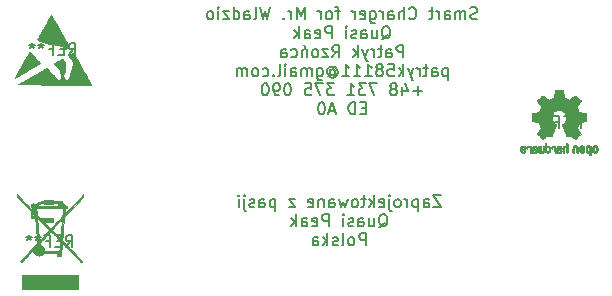
<source format=gbo>
%TF.GenerationSoftware,KiCad,Pcbnew,6.0.3-a3aad9c10e~116~ubuntu20.04.1*%
%TF.CreationDate,2022-03-23T21:19:15+01:00*%
%TF.ProjectId,Smart_Charger,536d6172-745f-4436-9861-726765722e6b,ED A0*%
%TF.SameCoordinates,Original*%
%TF.FileFunction,Legend,Bot*%
%TF.FilePolarity,Positive*%
%FSLAX46Y46*%
G04 Gerber Fmt 4.6, Leading zero omitted, Abs format (unit mm)*
G04 Created by KiCad (PCBNEW 6.0.3-a3aad9c10e~116~ubuntu20.04.1) date 2022-03-23 21:19:15*
%MOMM*%
%LPD*%
G01*
G04 APERTURE LIST*
%ADD10C,0.150000*%
%ADD11C,0.010000*%
G04 APERTURE END LIST*
D10*
X155078571Y-72779761D02*
X154935714Y-72827380D01*
X154697619Y-72827380D01*
X154602380Y-72779761D01*
X154554761Y-72732142D01*
X154507142Y-72636904D01*
X154507142Y-72541666D01*
X154554761Y-72446428D01*
X154602380Y-72398809D01*
X154697619Y-72351190D01*
X154888095Y-72303571D01*
X154983333Y-72255952D01*
X155030952Y-72208333D01*
X155078571Y-72113095D01*
X155078571Y-72017857D01*
X155030952Y-71922619D01*
X154983333Y-71875000D01*
X154888095Y-71827380D01*
X154650000Y-71827380D01*
X154507142Y-71875000D01*
X154078571Y-72827380D02*
X154078571Y-72160714D01*
X154078571Y-72255952D02*
X154030952Y-72208333D01*
X153935714Y-72160714D01*
X153792857Y-72160714D01*
X153697619Y-72208333D01*
X153650000Y-72303571D01*
X153650000Y-72827380D01*
X153650000Y-72303571D02*
X153602380Y-72208333D01*
X153507142Y-72160714D01*
X153364285Y-72160714D01*
X153269047Y-72208333D01*
X153221428Y-72303571D01*
X153221428Y-72827380D01*
X152316666Y-72827380D02*
X152316666Y-72303571D01*
X152364285Y-72208333D01*
X152459523Y-72160714D01*
X152650000Y-72160714D01*
X152745238Y-72208333D01*
X152316666Y-72779761D02*
X152411904Y-72827380D01*
X152650000Y-72827380D01*
X152745238Y-72779761D01*
X152792857Y-72684523D01*
X152792857Y-72589285D01*
X152745238Y-72494047D01*
X152650000Y-72446428D01*
X152411904Y-72446428D01*
X152316666Y-72398809D01*
X151840476Y-72827380D02*
X151840476Y-72160714D01*
X151840476Y-72351190D02*
X151792857Y-72255952D01*
X151745238Y-72208333D01*
X151650000Y-72160714D01*
X151554761Y-72160714D01*
X151364285Y-72160714D02*
X150983333Y-72160714D01*
X151221428Y-71827380D02*
X151221428Y-72684523D01*
X151173809Y-72779761D01*
X151078571Y-72827380D01*
X150983333Y-72827380D01*
X149316666Y-72732142D02*
X149364285Y-72779761D01*
X149507142Y-72827380D01*
X149602380Y-72827380D01*
X149745238Y-72779761D01*
X149840476Y-72684523D01*
X149888095Y-72589285D01*
X149935714Y-72398809D01*
X149935714Y-72255952D01*
X149888095Y-72065476D01*
X149840476Y-71970238D01*
X149745238Y-71875000D01*
X149602380Y-71827380D01*
X149507142Y-71827380D01*
X149364285Y-71875000D01*
X149316666Y-71922619D01*
X148888095Y-72827380D02*
X148888095Y-71827380D01*
X148459523Y-72827380D02*
X148459523Y-72303571D01*
X148507142Y-72208333D01*
X148602380Y-72160714D01*
X148745238Y-72160714D01*
X148840476Y-72208333D01*
X148888095Y-72255952D01*
X147554761Y-72827380D02*
X147554761Y-72303571D01*
X147602380Y-72208333D01*
X147697619Y-72160714D01*
X147888095Y-72160714D01*
X147983333Y-72208333D01*
X147554761Y-72779761D02*
X147650000Y-72827380D01*
X147888095Y-72827380D01*
X147983333Y-72779761D01*
X148030952Y-72684523D01*
X148030952Y-72589285D01*
X147983333Y-72494047D01*
X147888095Y-72446428D01*
X147650000Y-72446428D01*
X147554761Y-72398809D01*
X147078571Y-72827380D02*
X147078571Y-72160714D01*
X147078571Y-72351190D02*
X147030952Y-72255952D01*
X146983333Y-72208333D01*
X146888095Y-72160714D01*
X146792857Y-72160714D01*
X146030952Y-72160714D02*
X146030952Y-72970238D01*
X146078571Y-73065476D01*
X146126190Y-73113095D01*
X146221428Y-73160714D01*
X146364285Y-73160714D01*
X146459523Y-73113095D01*
X146030952Y-72779761D02*
X146126190Y-72827380D01*
X146316666Y-72827380D01*
X146411904Y-72779761D01*
X146459523Y-72732142D01*
X146507142Y-72636904D01*
X146507142Y-72351190D01*
X146459523Y-72255952D01*
X146411904Y-72208333D01*
X146316666Y-72160714D01*
X146126190Y-72160714D01*
X146030952Y-72208333D01*
X145173809Y-72779761D02*
X145269047Y-72827380D01*
X145459523Y-72827380D01*
X145554761Y-72779761D01*
X145602380Y-72684523D01*
X145602380Y-72303571D01*
X145554761Y-72208333D01*
X145459523Y-72160714D01*
X145269047Y-72160714D01*
X145173809Y-72208333D01*
X145126190Y-72303571D01*
X145126190Y-72398809D01*
X145602380Y-72494047D01*
X144697619Y-72827380D02*
X144697619Y-72160714D01*
X144697619Y-72351190D02*
X144650000Y-72255952D01*
X144602380Y-72208333D01*
X144507142Y-72160714D01*
X144411904Y-72160714D01*
X143459523Y-72160714D02*
X143078571Y-72160714D01*
X143316666Y-72827380D02*
X143316666Y-71970238D01*
X143269047Y-71875000D01*
X143173809Y-71827380D01*
X143078571Y-71827380D01*
X142602380Y-72827380D02*
X142697619Y-72779761D01*
X142745238Y-72732142D01*
X142792857Y-72636904D01*
X142792857Y-72351190D01*
X142745238Y-72255952D01*
X142697619Y-72208333D01*
X142602380Y-72160714D01*
X142459523Y-72160714D01*
X142364285Y-72208333D01*
X142316666Y-72255952D01*
X142269047Y-72351190D01*
X142269047Y-72636904D01*
X142316666Y-72732142D01*
X142364285Y-72779761D01*
X142459523Y-72827380D01*
X142602380Y-72827380D01*
X141840476Y-72827380D02*
X141840476Y-72160714D01*
X141840476Y-72351190D02*
X141792857Y-72255952D01*
X141745238Y-72208333D01*
X141650000Y-72160714D01*
X141554761Y-72160714D01*
X140459523Y-72827380D02*
X140459523Y-71827380D01*
X140126190Y-72541666D01*
X139792857Y-71827380D01*
X139792857Y-72827380D01*
X139316666Y-72827380D02*
X139316666Y-72160714D01*
X139316666Y-72351190D02*
X139269047Y-72255952D01*
X139221428Y-72208333D01*
X139126190Y-72160714D01*
X139030952Y-72160714D01*
X138697619Y-72732142D02*
X138650000Y-72779761D01*
X138697619Y-72827380D01*
X138745238Y-72779761D01*
X138697619Y-72732142D01*
X138697619Y-72827380D01*
X137554761Y-71827380D02*
X137316666Y-72827380D01*
X137126190Y-72113095D01*
X136935714Y-72827380D01*
X136697619Y-71827380D01*
X136173809Y-72827380D02*
X136269047Y-72779761D01*
X136316666Y-72684523D01*
X136316666Y-71827380D01*
X135364285Y-72827380D02*
X135364285Y-72303571D01*
X135411904Y-72208333D01*
X135507142Y-72160714D01*
X135697619Y-72160714D01*
X135792857Y-72208333D01*
X135364285Y-72779761D02*
X135459523Y-72827380D01*
X135697619Y-72827380D01*
X135792857Y-72779761D01*
X135840476Y-72684523D01*
X135840476Y-72589285D01*
X135792857Y-72494047D01*
X135697619Y-72446428D01*
X135459523Y-72446428D01*
X135364285Y-72398809D01*
X134459523Y-72827380D02*
X134459523Y-71827380D01*
X134459523Y-72779761D02*
X134554761Y-72827380D01*
X134745238Y-72827380D01*
X134840476Y-72779761D01*
X134888095Y-72732142D01*
X134935714Y-72636904D01*
X134935714Y-72351190D01*
X134888095Y-72255952D01*
X134840476Y-72208333D01*
X134745238Y-72160714D01*
X134554761Y-72160714D01*
X134459523Y-72208333D01*
X134078571Y-72160714D02*
X133554761Y-72160714D01*
X134078571Y-72827380D01*
X133554761Y-72827380D01*
X133173809Y-72827380D02*
X133173809Y-72160714D01*
X133173809Y-71827380D02*
X133221428Y-71875000D01*
X133173809Y-71922619D01*
X133126190Y-71875000D01*
X133173809Y-71827380D01*
X133173809Y-71922619D01*
X132554761Y-72827380D02*
X132650000Y-72779761D01*
X132697619Y-72732142D01*
X132745238Y-72636904D01*
X132745238Y-72351190D01*
X132697619Y-72255952D01*
X132650000Y-72208333D01*
X132554761Y-72160714D01*
X132411904Y-72160714D01*
X132316666Y-72208333D01*
X132269047Y-72255952D01*
X132221428Y-72351190D01*
X132221428Y-72636904D01*
X132269047Y-72732142D01*
X132316666Y-72779761D01*
X132411904Y-72827380D01*
X132554761Y-72827380D01*
X146983333Y-74532619D02*
X147078571Y-74485000D01*
X147173809Y-74389761D01*
X147316666Y-74246904D01*
X147411904Y-74199285D01*
X147507142Y-74199285D01*
X147459523Y-74437380D02*
X147554761Y-74389761D01*
X147650000Y-74294523D01*
X147697619Y-74104047D01*
X147697619Y-73770714D01*
X147650000Y-73580238D01*
X147554761Y-73485000D01*
X147459523Y-73437380D01*
X147269047Y-73437380D01*
X147173809Y-73485000D01*
X147078571Y-73580238D01*
X147030952Y-73770714D01*
X147030952Y-74104047D01*
X147078571Y-74294523D01*
X147173809Y-74389761D01*
X147269047Y-74437380D01*
X147459523Y-74437380D01*
X146173809Y-73770714D02*
X146173809Y-74437380D01*
X146602380Y-73770714D02*
X146602380Y-74294523D01*
X146554761Y-74389761D01*
X146459523Y-74437380D01*
X146316666Y-74437380D01*
X146221428Y-74389761D01*
X146173809Y-74342142D01*
X145269047Y-74437380D02*
X145269047Y-73913571D01*
X145316666Y-73818333D01*
X145411904Y-73770714D01*
X145602380Y-73770714D01*
X145697619Y-73818333D01*
X145269047Y-74389761D02*
X145364285Y-74437380D01*
X145602380Y-74437380D01*
X145697619Y-74389761D01*
X145745238Y-74294523D01*
X145745238Y-74199285D01*
X145697619Y-74104047D01*
X145602380Y-74056428D01*
X145364285Y-74056428D01*
X145269047Y-74008809D01*
X144840476Y-74389761D02*
X144745238Y-74437380D01*
X144554761Y-74437380D01*
X144459523Y-74389761D01*
X144411904Y-74294523D01*
X144411904Y-74246904D01*
X144459523Y-74151666D01*
X144554761Y-74104047D01*
X144697619Y-74104047D01*
X144792857Y-74056428D01*
X144840476Y-73961190D01*
X144840476Y-73913571D01*
X144792857Y-73818333D01*
X144697619Y-73770714D01*
X144554761Y-73770714D01*
X144459523Y-73818333D01*
X143983333Y-74437380D02*
X143983333Y-73770714D01*
X143983333Y-73437380D02*
X144030952Y-73485000D01*
X143983333Y-73532619D01*
X143935714Y-73485000D01*
X143983333Y-73437380D01*
X143983333Y-73532619D01*
X142745238Y-74437380D02*
X142745238Y-73437380D01*
X142364285Y-73437380D01*
X142269047Y-73485000D01*
X142221428Y-73532619D01*
X142173809Y-73627857D01*
X142173809Y-73770714D01*
X142221428Y-73865952D01*
X142269047Y-73913571D01*
X142364285Y-73961190D01*
X142745238Y-73961190D01*
X141364285Y-74389761D02*
X141459523Y-74437380D01*
X141650000Y-74437380D01*
X141745238Y-74389761D01*
X141792857Y-74294523D01*
X141792857Y-73913571D01*
X141745238Y-73818333D01*
X141650000Y-73770714D01*
X141459523Y-73770714D01*
X141364285Y-73818333D01*
X141316666Y-73913571D01*
X141316666Y-74008809D01*
X141792857Y-74104047D01*
X140459523Y-74437380D02*
X140459523Y-73913571D01*
X140507142Y-73818333D01*
X140602380Y-73770714D01*
X140792857Y-73770714D01*
X140888095Y-73818333D01*
X140459523Y-74389761D02*
X140554761Y-74437380D01*
X140792857Y-74437380D01*
X140888095Y-74389761D01*
X140935714Y-74294523D01*
X140935714Y-74199285D01*
X140888095Y-74104047D01*
X140792857Y-74056428D01*
X140554761Y-74056428D01*
X140459523Y-74008809D01*
X139983333Y-74437380D02*
X139983333Y-73437380D01*
X139888095Y-74056428D02*
X139602380Y-74437380D01*
X139602380Y-73770714D02*
X139983333Y-74151666D01*
X148816666Y-76047380D02*
X148816666Y-75047380D01*
X148435714Y-75047380D01*
X148340476Y-75095000D01*
X148292857Y-75142619D01*
X148245238Y-75237857D01*
X148245238Y-75380714D01*
X148292857Y-75475952D01*
X148340476Y-75523571D01*
X148435714Y-75571190D01*
X148816666Y-75571190D01*
X147388095Y-76047380D02*
X147388095Y-75523571D01*
X147435714Y-75428333D01*
X147530952Y-75380714D01*
X147721428Y-75380714D01*
X147816666Y-75428333D01*
X147388095Y-75999761D02*
X147483333Y-76047380D01*
X147721428Y-76047380D01*
X147816666Y-75999761D01*
X147864285Y-75904523D01*
X147864285Y-75809285D01*
X147816666Y-75714047D01*
X147721428Y-75666428D01*
X147483333Y-75666428D01*
X147388095Y-75618809D01*
X147054761Y-75380714D02*
X146673809Y-75380714D01*
X146911904Y-75047380D02*
X146911904Y-75904523D01*
X146864285Y-75999761D01*
X146769047Y-76047380D01*
X146673809Y-76047380D01*
X146340476Y-76047380D02*
X146340476Y-75380714D01*
X146340476Y-75571190D02*
X146292857Y-75475952D01*
X146245238Y-75428333D01*
X146150000Y-75380714D01*
X146054761Y-75380714D01*
X145816666Y-75380714D02*
X145578571Y-76047380D01*
X145340476Y-75380714D02*
X145578571Y-76047380D01*
X145673809Y-76285476D01*
X145721428Y-76333095D01*
X145816666Y-76380714D01*
X144959523Y-76047380D02*
X144959523Y-75047380D01*
X144864285Y-75666428D02*
X144578571Y-76047380D01*
X144578571Y-75380714D02*
X144959523Y-75761666D01*
X142816666Y-76047380D02*
X143150000Y-75571190D01*
X143388095Y-76047380D02*
X143388095Y-75047380D01*
X143007142Y-75047380D01*
X142911904Y-75095000D01*
X142864285Y-75142619D01*
X142816666Y-75237857D01*
X142816666Y-75380714D01*
X142864285Y-75475952D01*
X142911904Y-75523571D01*
X143007142Y-75571190D01*
X143388095Y-75571190D01*
X142483333Y-75380714D02*
X141959523Y-75380714D01*
X142483333Y-76047380D01*
X141959523Y-76047380D01*
X141435714Y-76047380D02*
X141530952Y-75999761D01*
X141578571Y-75952142D01*
X141626190Y-75856904D01*
X141626190Y-75571190D01*
X141578571Y-75475952D01*
X141530952Y-75428333D01*
X141435714Y-75380714D01*
X141292857Y-75380714D01*
X141197619Y-75428333D01*
X141150000Y-75475952D01*
X141102380Y-75571190D01*
X141102380Y-75856904D01*
X141150000Y-75952142D01*
X141197619Y-75999761D01*
X141292857Y-76047380D01*
X141435714Y-76047380D01*
X140673809Y-75380714D02*
X140673809Y-76047380D01*
X140673809Y-75475952D02*
X140626190Y-75428333D01*
X140530952Y-75380714D01*
X140388095Y-75380714D01*
X140292857Y-75428333D01*
X140245238Y-75523571D01*
X140245238Y-76047380D01*
X140388095Y-74999761D02*
X140530952Y-75142619D01*
X139340476Y-75999761D02*
X139435714Y-76047380D01*
X139626190Y-76047380D01*
X139721428Y-75999761D01*
X139769047Y-75952142D01*
X139816666Y-75856904D01*
X139816666Y-75571190D01*
X139769047Y-75475952D01*
X139721428Y-75428333D01*
X139626190Y-75380714D01*
X139435714Y-75380714D01*
X139340476Y-75428333D01*
X138483333Y-76047380D02*
X138483333Y-75523571D01*
X138530952Y-75428333D01*
X138626190Y-75380714D01*
X138816666Y-75380714D01*
X138911904Y-75428333D01*
X138483333Y-75999761D02*
X138578571Y-76047380D01*
X138816666Y-76047380D01*
X138911904Y-75999761D01*
X138959523Y-75904523D01*
X138959523Y-75809285D01*
X138911904Y-75714047D01*
X138816666Y-75666428D01*
X138578571Y-75666428D01*
X138483333Y-75618809D01*
X152578571Y-76990714D02*
X152578571Y-77990714D01*
X152578571Y-77038333D02*
X152483333Y-76990714D01*
X152292857Y-76990714D01*
X152197619Y-77038333D01*
X152150000Y-77085952D01*
X152102380Y-77181190D01*
X152102380Y-77466904D01*
X152150000Y-77562142D01*
X152197619Y-77609761D01*
X152292857Y-77657380D01*
X152483333Y-77657380D01*
X152578571Y-77609761D01*
X151245238Y-77657380D02*
X151245238Y-77133571D01*
X151292857Y-77038333D01*
X151388095Y-76990714D01*
X151578571Y-76990714D01*
X151673809Y-77038333D01*
X151245238Y-77609761D02*
X151340476Y-77657380D01*
X151578571Y-77657380D01*
X151673809Y-77609761D01*
X151721428Y-77514523D01*
X151721428Y-77419285D01*
X151673809Y-77324047D01*
X151578571Y-77276428D01*
X151340476Y-77276428D01*
X151245238Y-77228809D01*
X150911904Y-76990714D02*
X150530952Y-76990714D01*
X150769047Y-76657380D02*
X150769047Y-77514523D01*
X150721428Y-77609761D01*
X150626190Y-77657380D01*
X150530952Y-77657380D01*
X150197619Y-77657380D02*
X150197619Y-76990714D01*
X150197619Y-77181190D02*
X150150000Y-77085952D01*
X150102380Y-77038333D01*
X150007142Y-76990714D01*
X149911904Y-76990714D01*
X149673809Y-76990714D02*
X149435714Y-77657380D01*
X149197619Y-76990714D02*
X149435714Y-77657380D01*
X149530952Y-77895476D01*
X149578571Y-77943095D01*
X149673809Y-77990714D01*
X148816666Y-77657380D02*
X148816666Y-76657380D01*
X148721428Y-77276428D02*
X148435714Y-77657380D01*
X148435714Y-76990714D02*
X148816666Y-77371666D01*
X147530952Y-76657380D02*
X148007142Y-76657380D01*
X148054761Y-77133571D01*
X148007142Y-77085952D01*
X147911904Y-77038333D01*
X147673809Y-77038333D01*
X147578571Y-77085952D01*
X147530952Y-77133571D01*
X147483333Y-77228809D01*
X147483333Y-77466904D01*
X147530952Y-77562142D01*
X147578571Y-77609761D01*
X147673809Y-77657380D01*
X147911904Y-77657380D01*
X148007142Y-77609761D01*
X148054761Y-77562142D01*
X146911904Y-77085952D02*
X147007142Y-77038333D01*
X147054761Y-76990714D01*
X147102380Y-76895476D01*
X147102380Y-76847857D01*
X147054761Y-76752619D01*
X147007142Y-76705000D01*
X146911904Y-76657380D01*
X146721428Y-76657380D01*
X146626190Y-76705000D01*
X146578571Y-76752619D01*
X146530952Y-76847857D01*
X146530952Y-76895476D01*
X146578571Y-76990714D01*
X146626190Y-77038333D01*
X146721428Y-77085952D01*
X146911904Y-77085952D01*
X147007142Y-77133571D01*
X147054761Y-77181190D01*
X147102380Y-77276428D01*
X147102380Y-77466904D01*
X147054761Y-77562142D01*
X147007142Y-77609761D01*
X146911904Y-77657380D01*
X146721428Y-77657380D01*
X146626190Y-77609761D01*
X146578571Y-77562142D01*
X146530952Y-77466904D01*
X146530952Y-77276428D01*
X146578571Y-77181190D01*
X146626190Y-77133571D01*
X146721428Y-77085952D01*
X145578571Y-77657380D02*
X146150000Y-77657380D01*
X145864285Y-77657380D02*
X145864285Y-76657380D01*
X145959523Y-76800238D01*
X146054761Y-76895476D01*
X146150000Y-76943095D01*
X144626190Y-77657380D02*
X145197619Y-77657380D01*
X144911904Y-77657380D02*
X144911904Y-76657380D01*
X145007142Y-76800238D01*
X145102380Y-76895476D01*
X145197619Y-76943095D01*
X143673809Y-77657380D02*
X144245238Y-77657380D01*
X143959523Y-77657380D02*
X143959523Y-76657380D01*
X144054761Y-76800238D01*
X144150000Y-76895476D01*
X144245238Y-76943095D01*
X142626190Y-77181190D02*
X142673809Y-77133571D01*
X142769047Y-77085952D01*
X142864285Y-77085952D01*
X142959523Y-77133571D01*
X143007142Y-77181190D01*
X143054761Y-77276428D01*
X143054761Y-77371666D01*
X143007142Y-77466904D01*
X142959523Y-77514523D01*
X142864285Y-77562142D01*
X142769047Y-77562142D01*
X142673809Y-77514523D01*
X142626190Y-77466904D01*
X142626190Y-77085952D02*
X142626190Y-77466904D01*
X142578571Y-77514523D01*
X142530952Y-77514523D01*
X142435714Y-77466904D01*
X142388095Y-77371666D01*
X142388095Y-77133571D01*
X142483333Y-76990714D01*
X142626190Y-76895476D01*
X142816666Y-76847857D01*
X143007142Y-76895476D01*
X143150000Y-76990714D01*
X143245238Y-77133571D01*
X143292857Y-77324047D01*
X143245238Y-77514523D01*
X143150000Y-77657380D01*
X143007142Y-77752619D01*
X142816666Y-77800238D01*
X142626190Y-77752619D01*
X142483333Y-77657380D01*
X141530952Y-76990714D02*
X141530952Y-77800238D01*
X141578571Y-77895476D01*
X141626190Y-77943095D01*
X141721428Y-77990714D01*
X141864285Y-77990714D01*
X141959523Y-77943095D01*
X141530952Y-77609761D02*
X141626190Y-77657380D01*
X141816666Y-77657380D01*
X141911904Y-77609761D01*
X141959523Y-77562142D01*
X142007142Y-77466904D01*
X142007142Y-77181190D01*
X141959523Y-77085952D01*
X141911904Y-77038333D01*
X141816666Y-76990714D01*
X141626190Y-76990714D01*
X141530952Y-77038333D01*
X141054761Y-77657380D02*
X141054761Y-76990714D01*
X141054761Y-77085952D02*
X141007142Y-77038333D01*
X140911904Y-76990714D01*
X140769047Y-76990714D01*
X140673809Y-77038333D01*
X140626190Y-77133571D01*
X140626190Y-77657380D01*
X140626190Y-77133571D02*
X140578571Y-77038333D01*
X140483333Y-76990714D01*
X140340476Y-76990714D01*
X140245238Y-77038333D01*
X140197619Y-77133571D01*
X140197619Y-77657380D01*
X139292857Y-77657380D02*
X139292857Y-77133571D01*
X139340476Y-77038333D01*
X139435714Y-76990714D01*
X139626190Y-76990714D01*
X139721428Y-77038333D01*
X139292857Y-77609761D02*
X139388095Y-77657380D01*
X139626190Y-77657380D01*
X139721428Y-77609761D01*
X139769047Y-77514523D01*
X139769047Y-77419285D01*
X139721428Y-77324047D01*
X139626190Y-77276428D01*
X139388095Y-77276428D01*
X139292857Y-77228809D01*
X138816666Y-77657380D02*
X138816666Y-76990714D01*
X138816666Y-76657380D02*
X138864285Y-76705000D01*
X138816666Y-76752619D01*
X138769047Y-76705000D01*
X138816666Y-76657380D01*
X138816666Y-76752619D01*
X138197619Y-77657380D02*
X138292857Y-77609761D01*
X138340476Y-77514523D01*
X138340476Y-76657380D01*
X137816666Y-77562142D02*
X137769047Y-77609761D01*
X137816666Y-77657380D01*
X137864285Y-77609761D01*
X137816666Y-77562142D01*
X137816666Y-77657380D01*
X136911904Y-77609761D02*
X137007142Y-77657380D01*
X137197619Y-77657380D01*
X137292857Y-77609761D01*
X137340476Y-77562142D01*
X137388095Y-77466904D01*
X137388095Y-77181190D01*
X137340476Y-77085952D01*
X137292857Y-77038333D01*
X137197619Y-76990714D01*
X137007142Y-76990714D01*
X136911904Y-77038333D01*
X136340476Y-77657380D02*
X136435714Y-77609761D01*
X136483333Y-77562142D01*
X136530952Y-77466904D01*
X136530952Y-77181190D01*
X136483333Y-77085952D01*
X136435714Y-77038333D01*
X136340476Y-76990714D01*
X136197619Y-76990714D01*
X136102380Y-77038333D01*
X136054761Y-77085952D01*
X136007142Y-77181190D01*
X136007142Y-77466904D01*
X136054761Y-77562142D01*
X136102380Y-77609761D01*
X136197619Y-77657380D01*
X136340476Y-77657380D01*
X135578571Y-77657380D02*
X135578571Y-76990714D01*
X135578571Y-77085952D02*
X135530952Y-77038333D01*
X135435714Y-76990714D01*
X135292857Y-76990714D01*
X135197619Y-77038333D01*
X135150000Y-77133571D01*
X135150000Y-77657380D01*
X135150000Y-77133571D02*
X135102380Y-77038333D01*
X135007142Y-76990714D01*
X134864285Y-76990714D01*
X134769047Y-77038333D01*
X134721428Y-77133571D01*
X134721428Y-77657380D01*
X150411904Y-78886428D02*
X149650000Y-78886428D01*
X150030952Y-79267380D02*
X150030952Y-78505476D01*
X148745238Y-78600714D02*
X148745238Y-79267380D01*
X148983333Y-78219761D02*
X149221428Y-78934047D01*
X148602380Y-78934047D01*
X148078571Y-78695952D02*
X148173809Y-78648333D01*
X148221428Y-78600714D01*
X148269047Y-78505476D01*
X148269047Y-78457857D01*
X148221428Y-78362619D01*
X148173809Y-78315000D01*
X148078571Y-78267380D01*
X147888095Y-78267380D01*
X147792857Y-78315000D01*
X147745238Y-78362619D01*
X147697619Y-78457857D01*
X147697619Y-78505476D01*
X147745238Y-78600714D01*
X147792857Y-78648333D01*
X147888095Y-78695952D01*
X148078571Y-78695952D01*
X148173809Y-78743571D01*
X148221428Y-78791190D01*
X148269047Y-78886428D01*
X148269047Y-79076904D01*
X148221428Y-79172142D01*
X148173809Y-79219761D01*
X148078571Y-79267380D01*
X147888095Y-79267380D01*
X147792857Y-79219761D01*
X147745238Y-79172142D01*
X147697619Y-79076904D01*
X147697619Y-78886428D01*
X147745238Y-78791190D01*
X147792857Y-78743571D01*
X147888095Y-78695952D01*
X146602380Y-78267380D02*
X145935714Y-78267380D01*
X146364285Y-79267380D01*
X145650000Y-78267380D02*
X145030952Y-78267380D01*
X145364285Y-78648333D01*
X145221428Y-78648333D01*
X145126190Y-78695952D01*
X145078571Y-78743571D01*
X145030952Y-78838809D01*
X145030952Y-79076904D01*
X145078571Y-79172142D01*
X145126190Y-79219761D01*
X145221428Y-79267380D01*
X145507142Y-79267380D01*
X145602380Y-79219761D01*
X145650000Y-79172142D01*
X144078571Y-79267380D02*
X144650000Y-79267380D01*
X144364285Y-79267380D02*
X144364285Y-78267380D01*
X144459523Y-78410238D01*
X144554761Y-78505476D01*
X144650000Y-78553095D01*
X142983333Y-78267380D02*
X142364285Y-78267380D01*
X142697619Y-78648333D01*
X142554761Y-78648333D01*
X142459523Y-78695952D01*
X142411904Y-78743571D01*
X142364285Y-78838809D01*
X142364285Y-79076904D01*
X142411904Y-79172142D01*
X142459523Y-79219761D01*
X142554761Y-79267380D01*
X142840476Y-79267380D01*
X142935714Y-79219761D01*
X142983333Y-79172142D01*
X142030952Y-78267380D02*
X141364285Y-78267380D01*
X141792857Y-79267380D01*
X140507142Y-78267380D02*
X140983333Y-78267380D01*
X141030952Y-78743571D01*
X140983333Y-78695952D01*
X140888095Y-78648333D01*
X140650000Y-78648333D01*
X140554761Y-78695952D01*
X140507142Y-78743571D01*
X140459523Y-78838809D01*
X140459523Y-79076904D01*
X140507142Y-79172142D01*
X140554761Y-79219761D01*
X140650000Y-79267380D01*
X140888095Y-79267380D01*
X140983333Y-79219761D01*
X141030952Y-79172142D01*
X139078571Y-78267380D02*
X138983333Y-78267380D01*
X138888095Y-78315000D01*
X138840476Y-78362619D01*
X138792857Y-78457857D01*
X138745238Y-78648333D01*
X138745238Y-78886428D01*
X138792857Y-79076904D01*
X138840476Y-79172142D01*
X138888095Y-79219761D01*
X138983333Y-79267380D01*
X139078571Y-79267380D01*
X139173809Y-79219761D01*
X139221428Y-79172142D01*
X139269047Y-79076904D01*
X139316666Y-78886428D01*
X139316666Y-78648333D01*
X139269047Y-78457857D01*
X139221428Y-78362619D01*
X139173809Y-78315000D01*
X139078571Y-78267380D01*
X138269047Y-79267380D02*
X138078571Y-79267380D01*
X137983333Y-79219761D01*
X137935714Y-79172142D01*
X137840476Y-79029285D01*
X137792857Y-78838809D01*
X137792857Y-78457857D01*
X137840476Y-78362619D01*
X137888095Y-78315000D01*
X137983333Y-78267380D01*
X138173809Y-78267380D01*
X138269047Y-78315000D01*
X138316666Y-78362619D01*
X138364285Y-78457857D01*
X138364285Y-78695952D01*
X138316666Y-78791190D01*
X138269047Y-78838809D01*
X138173809Y-78886428D01*
X137983333Y-78886428D01*
X137888095Y-78838809D01*
X137840476Y-78791190D01*
X137792857Y-78695952D01*
X137173809Y-78267380D02*
X137078571Y-78267380D01*
X136983333Y-78315000D01*
X136935714Y-78362619D01*
X136888095Y-78457857D01*
X136840476Y-78648333D01*
X136840476Y-78886428D01*
X136888095Y-79076904D01*
X136935714Y-79172142D01*
X136983333Y-79219761D01*
X137078571Y-79267380D01*
X137173809Y-79267380D01*
X137269047Y-79219761D01*
X137316666Y-79172142D01*
X137364285Y-79076904D01*
X137411904Y-78886428D01*
X137411904Y-78648333D01*
X137364285Y-78457857D01*
X137316666Y-78362619D01*
X137269047Y-78315000D01*
X137173809Y-78267380D01*
X145650000Y-80353571D02*
X145316666Y-80353571D01*
X145173809Y-80877380D02*
X145650000Y-80877380D01*
X145650000Y-79877380D01*
X145173809Y-79877380D01*
X144745238Y-80877380D02*
X144745238Y-79877380D01*
X144507142Y-79877380D01*
X144364285Y-79925000D01*
X144269047Y-80020238D01*
X144221428Y-80115476D01*
X144173809Y-80305952D01*
X144173809Y-80448809D01*
X144221428Y-80639285D01*
X144269047Y-80734523D01*
X144364285Y-80829761D01*
X144507142Y-80877380D01*
X144745238Y-80877380D01*
X143030952Y-80591666D02*
X142554761Y-80591666D01*
X143126190Y-80877380D02*
X142792857Y-79877380D01*
X142459523Y-80877380D01*
X141935714Y-79877380D02*
X141840476Y-79877380D01*
X141745238Y-79925000D01*
X141697619Y-79972619D01*
X141650000Y-80067857D01*
X141602380Y-80258333D01*
X141602380Y-80496428D01*
X141650000Y-80686904D01*
X141697619Y-80782142D01*
X141745238Y-80829761D01*
X141840476Y-80877380D01*
X141935714Y-80877380D01*
X142030952Y-80829761D01*
X142078571Y-80782142D01*
X142126190Y-80686904D01*
X142173809Y-80496428D01*
X142173809Y-80258333D01*
X142126190Y-80067857D01*
X142078571Y-79972619D01*
X142030952Y-79925000D01*
X141935714Y-79877380D01*
X152019047Y-87742380D02*
X151352380Y-87742380D01*
X152019047Y-88742380D01*
X151352380Y-88742380D01*
X150542857Y-88742380D02*
X150542857Y-88218571D01*
X150590476Y-88123333D01*
X150685714Y-88075714D01*
X150876190Y-88075714D01*
X150971428Y-88123333D01*
X150542857Y-88694761D02*
X150638095Y-88742380D01*
X150876190Y-88742380D01*
X150971428Y-88694761D01*
X151019047Y-88599523D01*
X151019047Y-88504285D01*
X150971428Y-88409047D01*
X150876190Y-88361428D01*
X150638095Y-88361428D01*
X150542857Y-88313809D01*
X150066666Y-88075714D02*
X150066666Y-89075714D01*
X150066666Y-88123333D02*
X149971428Y-88075714D01*
X149780952Y-88075714D01*
X149685714Y-88123333D01*
X149638095Y-88170952D01*
X149590476Y-88266190D01*
X149590476Y-88551904D01*
X149638095Y-88647142D01*
X149685714Y-88694761D01*
X149780952Y-88742380D01*
X149971428Y-88742380D01*
X150066666Y-88694761D01*
X149161904Y-88742380D02*
X149161904Y-88075714D01*
X149161904Y-88266190D02*
X149114285Y-88170952D01*
X149066666Y-88123333D01*
X148971428Y-88075714D01*
X148876190Y-88075714D01*
X148400000Y-88742380D02*
X148495238Y-88694761D01*
X148542857Y-88647142D01*
X148590476Y-88551904D01*
X148590476Y-88266190D01*
X148542857Y-88170952D01*
X148495238Y-88123333D01*
X148400000Y-88075714D01*
X148257142Y-88075714D01*
X148161904Y-88123333D01*
X148114285Y-88170952D01*
X148066666Y-88266190D01*
X148066666Y-88551904D01*
X148114285Y-88647142D01*
X148161904Y-88694761D01*
X148257142Y-88742380D01*
X148400000Y-88742380D01*
X147638095Y-88075714D02*
X147638095Y-88932857D01*
X147685714Y-89028095D01*
X147780952Y-89075714D01*
X147828571Y-89075714D01*
X147638095Y-87742380D02*
X147685714Y-87790000D01*
X147638095Y-87837619D01*
X147590476Y-87790000D01*
X147638095Y-87742380D01*
X147638095Y-87837619D01*
X146780952Y-88694761D02*
X146876190Y-88742380D01*
X147066666Y-88742380D01*
X147161904Y-88694761D01*
X147209523Y-88599523D01*
X147209523Y-88218571D01*
X147161904Y-88123333D01*
X147066666Y-88075714D01*
X146876190Y-88075714D01*
X146780952Y-88123333D01*
X146733333Y-88218571D01*
X146733333Y-88313809D01*
X147209523Y-88409047D01*
X146304761Y-88742380D02*
X146304761Y-87742380D01*
X146209523Y-88361428D02*
X145923809Y-88742380D01*
X145923809Y-88075714D02*
X146304761Y-88456666D01*
X145638095Y-88075714D02*
X145257142Y-88075714D01*
X145495238Y-87742380D02*
X145495238Y-88599523D01*
X145447619Y-88694761D01*
X145352380Y-88742380D01*
X145257142Y-88742380D01*
X144780952Y-88742380D02*
X144876190Y-88694761D01*
X144923809Y-88647142D01*
X144971428Y-88551904D01*
X144971428Y-88266190D01*
X144923809Y-88170952D01*
X144876190Y-88123333D01*
X144780952Y-88075714D01*
X144638095Y-88075714D01*
X144542857Y-88123333D01*
X144495238Y-88170952D01*
X144447619Y-88266190D01*
X144447619Y-88551904D01*
X144495238Y-88647142D01*
X144542857Y-88694761D01*
X144638095Y-88742380D01*
X144780952Y-88742380D01*
X144114285Y-88075714D02*
X143923809Y-88742380D01*
X143733333Y-88266190D01*
X143542857Y-88742380D01*
X143352380Y-88075714D01*
X142542857Y-88742380D02*
X142542857Y-88218571D01*
X142590476Y-88123333D01*
X142685714Y-88075714D01*
X142876190Y-88075714D01*
X142971428Y-88123333D01*
X142542857Y-88694761D02*
X142638095Y-88742380D01*
X142876190Y-88742380D01*
X142971428Y-88694761D01*
X143019047Y-88599523D01*
X143019047Y-88504285D01*
X142971428Y-88409047D01*
X142876190Y-88361428D01*
X142638095Y-88361428D01*
X142542857Y-88313809D01*
X142066666Y-88075714D02*
X142066666Y-88742380D01*
X142066666Y-88170952D02*
X142019047Y-88123333D01*
X141923809Y-88075714D01*
X141780952Y-88075714D01*
X141685714Y-88123333D01*
X141638095Y-88218571D01*
X141638095Y-88742380D01*
X140780952Y-88694761D02*
X140876190Y-88742380D01*
X141066666Y-88742380D01*
X141161904Y-88694761D01*
X141209523Y-88599523D01*
X141209523Y-88218571D01*
X141161904Y-88123333D01*
X141066666Y-88075714D01*
X140876190Y-88075714D01*
X140780952Y-88123333D01*
X140733333Y-88218571D01*
X140733333Y-88313809D01*
X141209523Y-88409047D01*
X139638095Y-88075714D02*
X139114285Y-88075714D01*
X139638095Y-88742380D01*
X139114285Y-88742380D01*
X137971428Y-88075714D02*
X137971428Y-89075714D01*
X137971428Y-88123333D02*
X137876190Y-88075714D01*
X137685714Y-88075714D01*
X137590476Y-88123333D01*
X137542857Y-88170952D01*
X137495238Y-88266190D01*
X137495238Y-88551904D01*
X137542857Y-88647142D01*
X137590476Y-88694761D01*
X137685714Y-88742380D01*
X137876190Y-88742380D01*
X137971428Y-88694761D01*
X136638095Y-88742380D02*
X136638095Y-88218571D01*
X136685714Y-88123333D01*
X136780952Y-88075714D01*
X136971428Y-88075714D01*
X137066666Y-88123333D01*
X136638095Y-88694761D02*
X136733333Y-88742380D01*
X136971428Y-88742380D01*
X137066666Y-88694761D01*
X137114285Y-88599523D01*
X137114285Y-88504285D01*
X137066666Y-88409047D01*
X136971428Y-88361428D01*
X136733333Y-88361428D01*
X136638095Y-88313809D01*
X136209523Y-88694761D02*
X136114285Y-88742380D01*
X135923809Y-88742380D01*
X135828571Y-88694761D01*
X135780952Y-88599523D01*
X135780952Y-88551904D01*
X135828571Y-88456666D01*
X135923809Y-88409047D01*
X136066666Y-88409047D01*
X136161904Y-88361428D01*
X136209523Y-88266190D01*
X136209523Y-88218571D01*
X136161904Y-88123333D01*
X136066666Y-88075714D01*
X135923809Y-88075714D01*
X135828571Y-88123333D01*
X135352380Y-88075714D02*
X135352380Y-88932857D01*
X135400000Y-89028095D01*
X135495238Y-89075714D01*
X135542857Y-89075714D01*
X135352380Y-87742380D02*
X135400000Y-87790000D01*
X135352380Y-87837619D01*
X135304761Y-87790000D01*
X135352380Y-87742380D01*
X135352380Y-87837619D01*
X134876190Y-88742380D02*
X134876190Y-88075714D01*
X134876190Y-87742380D02*
X134923809Y-87790000D01*
X134876190Y-87837619D01*
X134828571Y-87790000D01*
X134876190Y-87742380D01*
X134876190Y-87837619D01*
X146733333Y-90447619D02*
X146828571Y-90400000D01*
X146923809Y-90304761D01*
X147066666Y-90161904D01*
X147161904Y-90114285D01*
X147257142Y-90114285D01*
X147209523Y-90352380D02*
X147304761Y-90304761D01*
X147400000Y-90209523D01*
X147447619Y-90019047D01*
X147447619Y-89685714D01*
X147400000Y-89495238D01*
X147304761Y-89400000D01*
X147209523Y-89352380D01*
X147019047Y-89352380D01*
X146923809Y-89400000D01*
X146828571Y-89495238D01*
X146780952Y-89685714D01*
X146780952Y-90019047D01*
X146828571Y-90209523D01*
X146923809Y-90304761D01*
X147019047Y-90352380D01*
X147209523Y-90352380D01*
X145923809Y-89685714D02*
X145923809Y-90352380D01*
X146352380Y-89685714D02*
X146352380Y-90209523D01*
X146304761Y-90304761D01*
X146209523Y-90352380D01*
X146066666Y-90352380D01*
X145971428Y-90304761D01*
X145923809Y-90257142D01*
X145019047Y-90352380D02*
X145019047Y-89828571D01*
X145066666Y-89733333D01*
X145161904Y-89685714D01*
X145352380Y-89685714D01*
X145447619Y-89733333D01*
X145019047Y-90304761D02*
X145114285Y-90352380D01*
X145352380Y-90352380D01*
X145447619Y-90304761D01*
X145495238Y-90209523D01*
X145495238Y-90114285D01*
X145447619Y-90019047D01*
X145352380Y-89971428D01*
X145114285Y-89971428D01*
X145019047Y-89923809D01*
X144590476Y-90304761D02*
X144495238Y-90352380D01*
X144304761Y-90352380D01*
X144209523Y-90304761D01*
X144161904Y-90209523D01*
X144161904Y-90161904D01*
X144209523Y-90066666D01*
X144304761Y-90019047D01*
X144447619Y-90019047D01*
X144542857Y-89971428D01*
X144590476Y-89876190D01*
X144590476Y-89828571D01*
X144542857Y-89733333D01*
X144447619Y-89685714D01*
X144304761Y-89685714D01*
X144209523Y-89733333D01*
X143733333Y-90352380D02*
X143733333Y-89685714D01*
X143733333Y-89352380D02*
X143780952Y-89400000D01*
X143733333Y-89447619D01*
X143685714Y-89400000D01*
X143733333Y-89352380D01*
X143733333Y-89447619D01*
X142495238Y-90352380D02*
X142495238Y-89352380D01*
X142114285Y-89352380D01*
X142019047Y-89400000D01*
X141971428Y-89447619D01*
X141923809Y-89542857D01*
X141923809Y-89685714D01*
X141971428Y-89780952D01*
X142019047Y-89828571D01*
X142114285Y-89876190D01*
X142495238Y-89876190D01*
X141114285Y-90304761D02*
X141209523Y-90352380D01*
X141400000Y-90352380D01*
X141495238Y-90304761D01*
X141542857Y-90209523D01*
X141542857Y-89828571D01*
X141495238Y-89733333D01*
X141400000Y-89685714D01*
X141209523Y-89685714D01*
X141114285Y-89733333D01*
X141066666Y-89828571D01*
X141066666Y-89923809D01*
X141542857Y-90019047D01*
X140209523Y-90352380D02*
X140209523Y-89828571D01*
X140257142Y-89733333D01*
X140352380Y-89685714D01*
X140542857Y-89685714D01*
X140638095Y-89733333D01*
X140209523Y-90304761D02*
X140304761Y-90352380D01*
X140542857Y-90352380D01*
X140638095Y-90304761D01*
X140685714Y-90209523D01*
X140685714Y-90114285D01*
X140638095Y-90019047D01*
X140542857Y-89971428D01*
X140304761Y-89971428D01*
X140209523Y-89923809D01*
X139733333Y-90352380D02*
X139733333Y-89352380D01*
X139638095Y-89971428D02*
X139352380Y-90352380D01*
X139352380Y-89685714D02*
X139733333Y-90066666D01*
X145638095Y-91962380D02*
X145638095Y-90962380D01*
X145257142Y-90962380D01*
X145161904Y-91010000D01*
X145114285Y-91057619D01*
X145066666Y-91152857D01*
X145066666Y-91295714D01*
X145114285Y-91390952D01*
X145161904Y-91438571D01*
X145257142Y-91486190D01*
X145638095Y-91486190D01*
X144495238Y-91962380D02*
X144590476Y-91914761D01*
X144638095Y-91867142D01*
X144685714Y-91771904D01*
X144685714Y-91486190D01*
X144638095Y-91390952D01*
X144590476Y-91343333D01*
X144495238Y-91295714D01*
X144352380Y-91295714D01*
X144257142Y-91343333D01*
X144209523Y-91390952D01*
X144161904Y-91486190D01*
X144161904Y-91771904D01*
X144209523Y-91867142D01*
X144257142Y-91914761D01*
X144352380Y-91962380D01*
X144495238Y-91962380D01*
X143590476Y-91962380D02*
X143685714Y-91914761D01*
X143733333Y-91819523D01*
X143733333Y-90962380D01*
X143257142Y-91914761D02*
X143161904Y-91962380D01*
X142971428Y-91962380D01*
X142876190Y-91914761D01*
X142828571Y-91819523D01*
X142828571Y-91771904D01*
X142876190Y-91676666D01*
X142971428Y-91629047D01*
X143114285Y-91629047D01*
X143209523Y-91581428D01*
X143257142Y-91486190D01*
X143257142Y-91438571D01*
X143209523Y-91343333D01*
X143114285Y-91295714D01*
X142971428Y-91295714D01*
X142876190Y-91343333D01*
X142400000Y-91962380D02*
X142400000Y-90962380D01*
X142304761Y-91581428D02*
X142019047Y-91962380D01*
X142019047Y-91295714D02*
X142400000Y-91676666D01*
X141161904Y-91962380D02*
X141161904Y-91438571D01*
X141209523Y-91343333D01*
X141304761Y-91295714D01*
X141495238Y-91295714D01*
X141590476Y-91343333D01*
X141161904Y-91914761D02*
X141257142Y-91962380D01*
X141495238Y-91962380D01*
X141590476Y-91914761D01*
X141638095Y-91819523D01*
X141638095Y-91724285D01*
X141590476Y-91629047D01*
X141495238Y-91581428D01*
X141257142Y-91581428D01*
X141161904Y-91533809D01*
%TO.C,REF\u002A\u002A*%
X120483333Y-75852380D02*
X120816666Y-75376190D01*
X121054761Y-75852380D02*
X121054761Y-74852380D01*
X120673809Y-74852380D01*
X120578571Y-74900000D01*
X120530952Y-74947619D01*
X120483333Y-75042857D01*
X120483333Y-75185714D01*
X120530952Y-75280952D01*
X120578571Y-75328571D01*
X120673809Y-75376190D01*
X121054761Y-75376190D01*
X120054761Y-75328571D02*
X119721428Y-75328571D01*
X119578571Y-75852380D02*
X120054761Y-75852380D01*
X120054761Y-74852380D01*
X119578571Y-74852380D01*
X118816666Y-75328571D02*
X119150000Y-75328571D01*
X119150000Y-75852380D02*
X119150000Y-74852380D01*
X118673809Y-74852380D01*
X118150000Y-74852380D02*
X118150000Y-75090476D01*
X118388095Y-74995238D02*
X118150000Y-75090476D01*
X117911904Y-74995238D01*
X118292857Y-75280952D02*
X118150000Y-75090476D01*
X118007142Y-75280952D01*
X117388095Y-74852380D02*
X117388095Y-75090476D01*
X117626190Y-74995238D02*
X117388095Y-75090476D01*
X117150000Y-74995238D01*
X117530952Y-75280952D02*
X117388095Y-75090476D01*
X117245238Y-75280952D01*
X120233333Y-92102380D02*
X120566666Y-91626190D01*
X120804761Y-92102380D02*
X120804761Y-91102380D01*
X120423809Y-91102380D01*
X120328571Y-91150000D01*
X120280952Y-91197619D01*
X120233333Y-91292857D01*
X120233333Y-91435714D01*
X120280952Y-91530952D01*
X120328571Y-91578571D01*
X120423809Y-91626190D01*
X120804761Y-91626190D01*
X119804761Y-91578571D02*
X119471428Y-91578571D01*
X119328571Y-92102380D02*
X119804761Y-92102380D01*
X119804761Y-91102380D01*
X119328571Y-91102380D01*
X118566666Y-91578571D02*
X118900000Y-91578571D01*
X118900000Y-92102380D02*
X118900000Y-91102380D01*
X118423809Y-91102380D01*
X117900000Y-91102380D02*
X117900000Y-91340476D01*
X118138095Y-91245238D02*
X117900000Y-91340476D01*
X117661904Y-91245238D01*
X118042857Y-91530952D02*
X117900000Y-91340476D01*
X117757142Y-91530952D01*
X117138095Y-91102380D02*
X117138095Y-91340476D01*
X117376190Y-91245238D02*
X117138095Y-91340476D01*
X116900000Y-91245238D01*
X117280952Y-91530952D02*
X117138095Y-91340476D01*
X116995238Y-91530952D01*
X163333333Y-82043704D02*
X163666666Y-81567514D01*
X163904761Y-82043704D02*
X163904761Y-81043704D01*
X163523809Y-81043704D01*
X163428571Y-81091324D01*
X163380952Y-81138943D01*
X163333333Y-81234181D01*
X163333333Y-81377038D01*
X163380952Y-81472276D01*
X163428571Y-81519895D01*
X163523809Y-81567514D01*
X163904761Y-81567514D01*
X162904761Y-81519895D02*
X162571428Y-81519895D01*
X162428571Y-82043704D02*
X162904761Y-82043704D01*
X162904761Y-81043704D01*
X162428571Y-81043704D01*
X161666666Y-81519895D02*
X162000000Y-81519895D01*
X162000000Y-82043704D02*
X162000000Y-81043704D01*
X161523809Y-81043704D01*
X161000000Y-81043704D02*
X161000000Y-81281800D01*
X161238095Y-81186562D02*
X161000000Y-81281800D01*
X160761904Y-81186562D01*
X161142857Y-81472276D02*
X161000000Y-81281800D01*
X160857142Y-81472276D01*
X160238095Y-81043704D02*
X160238095Y-81281800D01*
X160476190Y-81186562D02*
X160238095Y-81281800D01*
X160000000Y-81186562D01*
X160380952Y-81472276D02*
X160238095Y-81281800D01*
X160095238Y-81472276D01*
G36*
X118995560Y-72473175D02*
G01*
X119007093Y-72490511D01*
X119032500Y-72532162D01*
X119070507Y-72595911D01*
X119119837Y-72679545D01*
X119179213Y-72780849D01*
X119247359Y-72897609D01*
X119323000Y-73027608D01*
X119404859Y-73168633D01*
X119491660Y-73318468D01*
X119582126Y-73474900D01*
X119674982Y-73635713D01*
X119768951Y-73798693D01*
X119862757Y-73961624D01*
X119955124Y-74122292D01*
X120044776Y-74278482D01*
X120130436Y-74427980D01*
X120210828Y-74568571D01*
X120284677Y-74698040D01*
X120350705Y-74814172D01*
X120407637Y-74914752D01*
X120454197Y-74997567D01*
X120489108Y-75060400D01*
X120511094Y-75101037D01*
X120518879Y-75117264D01*
X120518887Y-75117388D01*
X120506333Y-75134416D01*
X120470258Y-75163279D01*
X120414417Y-75201247D01*
X120342561Y-75245587D01*
X120294373Y-75273952D01*
X120225032Y-75313396D01*
X120176734Y-75338254D01*
X120146242Y-75349924D01*
X120130320Y-75349806D01*
X120125732Y-75339297D01*
X120125382Y-75337583D01*
X120112268Y-75316682D01*
X120084000Y-75281139D01*
X120045786Y-75237583D01*
X120028155Y-75218875D01*
X119973482Y-75168512D01*
X119913022Y-75125465D01*
X119843182Y-75088473D01*
X119760370Y-75056273D01*
X119660992Y-75027602D01*
X119541455Y-75001198D01*
X119398166Y-74975800D01*
X119227531Y-74950145D01*
X119031134Y-74921227D01*
X118841274Y-74890173D01*
X118675260Y-74859044D01*
X118529382Y-74826942D01*
X118399927Y-74792969D01*
X118283183Y-74756226D01*
X118175440Y-74715817D01*
X118072985Y-74670843D01*
X117997688Y-74633754D01*
X117925765Y-74594725D01*
X117868886Y-74559882D01*
X117831499Y-74531965D01*
X117818049Y-74513714D01*
X117818446Y-74512370D01*
X117829280Y-74490862D01*
X117853845Y-74445822D01*
X117890685Y-74379772D01*
X117938347Y-74295233D01*
X117995376Y-74194727D01*
X118060318Y-74080776D01*
X118131719Y-73955901D01*
X118208124Y-73822624D01*
X118288079Y-73683467D01*
X118370130Y-73540951D01*
X118452822Y-73397598D01*
X118534701Y-73255930D01*
X118614313Y-73118468D01*
X118690204Y-72987734D01*
X118760919Y-72866250D01*
X118825004Y-72756538D01*
X118881004Y-72661118D01*
X118927466Y-72582514D01*
X118962935Y-72523245D01*
X118985957Y-72485835D01*
X118995077Y-72472805D01*
X118995560Y-72473175D01*
G37*
D11*
X118995560Y-72473175D02*
X119007093Y-72490511D01*
X119032500Y-72532162D01*
X119070507Y-72595911D01*
X119119837Y-72679545D01*
X119179213Y-72780849D01*
X119247359Y-72897609D01*
X119323000Y-73027608D01*
X119404859Y-73168633D01*
X119491660Y-73318468D01*
X119582126Y-73474900D01*
X119674982Y-73635713D01*
X119768951Y-73798693D01*
X119862757Y-73961624D01*
X119955124Y-74122292D01*
X120044776Y-74278482D01*
X120130436Y-74427980D01*
X120210828Y-74568571D01*
X120284677Y-74698040D01*
X120350705Y-74814172D01*
X120407637Y-74914752D01*
X120454197Y-74997567D01*
X120489108Y-75060400D01*
X120511094Y-75101037D01*
X120518879Y-75117264D01*
X120518887Y-75117388D01*
X120506333Y-75134416D01*
X120470258Y-75163279D01*
X120414417Y-75201247D01*
X120342561Y-75245587D01*
X120294373Y-75273952D01*
X120225032Y-75313396D01*
X120176734Y-75338254D01*
X120146242Y-75349924D01*
X120130320Y-75349806D01*
X120125732Y-75339297D01*
X120125382Y-75337583D01*
X120112268Y-75316682D01*
X120084000Y-75281139D01*
X120045786Y-75237583D01*
X120028155Y-75218875D01*
X119973482Y-75168512D01*
X119913022Y-75125465D01*
X119843182Y-75088473D01*
X119760370Y-75056273D01*
X119660992Y-75027602D01*
X119541455Y-75001198D01*
X119398166Y-74975800D01*
X119227531Y-74950145D01*
X119031134Y-74921227D01*
X118841274Y-74890173D01*
X118675260Y-74859044D01*
X118529382Y-74826942D01*
X118399927Y-74792969D01*
X118283183Y-74756226D01*
X118175440Y-74715817D01*
X118072985Y-74670843D01*
X117997688Y-74633754D01*
X117925765Y-74594725D01*
X117868886Y-74559882D01*
X117831499Y-74531965D01*
X117818049Y-74513714D01*
X117818446Y-74512370D01*
X117829280Y-74490862D01*
X117853845Y-74445822D01*
X117890685Y-74379772D01*
X117938347Y-74295233D01*
X117995376Y-74194727D01*
X118060318Y-74080776D01*
X118131719Y-73955901D01*
X118208124Y-73822624D01*
X118288079Y-73683467D01*
X118370130Y-73540951D01*
X118452822Y-73397598D01*
X118534701Y-73255930D01*
X118614313Y-73118468D01*
X118690204Y-72987734D01*
X118760919Y-72866250D01*
X118825004Y-72756538D01*
X118881004Y-72661118D01*
X118927466Y-72582514D01*
X118962935Y-72523245D01*
X118985957Y-72485835D01*
X118995077Y-72472805D01*
X118995560Y-72473175D01*
G36*
X117232836Y-75642363D02*
G01*
X117247023Y-75656032D01*
X117288392Y-75697719D01*
X117343107Y-75754472D01*
X117408510Y-75823397D01*
X117481943Y-75901599D01*
X117560746Y-75986182D01*
X117642260Y-76074253D01*
X117723827Y-76162916D01*
X117802788Y-76249276D01*
X117876483Y-76330439D01*
X117942254Y-76403510D01*
X117997441Y-76465594D01*
X118039386Y-76513795D01*
X118065431Y-76545220D01*
X118072915Y-76556974D01*
X118070346Y-76558272D01*
X118045785Y-76571978D01*
X117997204Y-76599613D01*
X117926652Y-76639998D01*
X117836173Y-76691955D01*
X117727815Y-76754305D01*
X117603624Y-76825871D01*
X117465645Y-76905475D01*
X117315926Y-76991938D01*
X117156513Y-77084083D01*
X116989451Y-77180732D01*
X116927008Y-77216867D01*
X116762883Y-77311806D01*
X116607358Y-77401714D01*
X116462454Y-77485424D01*
X116330195Y-77561771D01*
X116212604Y-77629589D01*
X116111702Y-77687711D01*
X116029513Y-77734971D01*
X115968059Y-77770203D01*
X115929364Y-77792242D01*
X115915449Y-77799920D01*
X115916075Y-77795831D01*
X115927493Y-77772330D01*
X115948493Y-77734786D01*
X115961376Y-77712564D01*
X115988772Y-77665173D01*
X116029087Y-77595377D01*
X116081009Y-77505444D01*
X116143231Y-77397642D01*
X116214443Y-77274240D01*
X116293335Y-77137506D01*
X116378598Y-76989709D01*
X116468924Y-76833117D01*
X116563002Y-76670000D01*
X116655121Y-76510323D01*
X116744680Y-76355187D01*
X116828893Y-76209412D01*
X116906497Y-76075183D01*
X116976225Y-75954685D01*
X117036814Y-75850102D01*
X117086998Y-75763619D01*
X117125512Y-75697421D01*
X117151092Y-75653693D01*
X117162472Y-75634619D01*
X117185820Y-75598201D01*
X117232836Y-75642363D01*
G37*
X117232836Y-75642363D02*
X117247023Y-75656032D01*
X117288392Y-75697719D01*
X117343107Y-75754472D01*
X117408510Y-75823397D01*
X117481943Y-75901599D01*
X117560746Y-75986182D01*
X117642260Y-76074253D01*
X117723827Y-76162916D01*
X117802788Y-76249276D01*
X117876483Y-76330439D01*
X117942254Y-76403510D01*
X117997441Y-76465594D01*
X118039386Y-76513795D01*
X118065431Y-76545220D01*
X118072915Y-76556974D01*
X118070346Y-76558272D01*
X118045785Y-76571978D01*
X117997204Y-76599613D01*
X117926652Y-76639998D01*
X117836173Y-76691955D01*
X117727815Y-76754305D01*
X117603624Y-76825871D01*
X117465645Y-76905475D01*
X117315926Y-76991938D01*
X117156513Y-77084083D01*
X116989451Y-77180732D01*
X116927008Y-77216867D01*
X116762883Y-77311806D01*
X116607358Y-77401714D01*
X116462454Y-77485424D01*
X116330195Y-77561771D01*
X116212604Y-77629589D01*
X116111702Y-77687711D01*
X116029513Y-77734971D01*
X115968059Y-77770203D01*
X115929364Y-77792242D01*
X115915449Y-77799920D01*
X115916075Y-77795831D01*
X115927493Y-77772330D01*
X115948493Y-77734786D01*
X115961376Y-77712564D01*
X115988772Y-77665173D01*
X116029087Y-77595377D01*
X116081009Y-77505444D01*
X116143231Y-77397642D01*
X116214443Y-77274240D01*
X116293335Y-77137506D01*
X116378598Y-76989709D01*
X116468924Y-76833117D01*
X116563002Y-76670000D01*
X116655121Y-76510323D01*
X116744680Y-76355187D01*
X116828893Y-76209412D01*
X116906497Y-76075183D01*
X116976225Y-75954685D01*
X117036814Y-75850102D01*
X117086998Y-75763619D01*
X117125512Y-75697421D01*
X117151092Y-75653693D01*
X117162472Y-75634619D01*
X117185820Y-75598201D01*
X117232836Y-75642363D01*
G36*
X120860047Y-75696040D02*
G01*
X120865802Y-75704625D01*
X120886365Y-75738346D01*
X120920179Y-75795200D01*
X120965950Y-75872968D01*
X121022383Y-75969432D01*
X121088184Y-76082371D01*
X121162058Y-76209568D01*
X121242711Y-76348803D01*
X121328848Y-76497857D01*
X121419175Y-76654512D01*
X121443947Y-76697521D01*
X121541900Y-76867575D01*
X121640509Y-77038754D01*
X121737760Y-77207562D01*
X121831638Y-77370503D01*
X121920131Y-77524082D01*
X122001222Y-77664801D01*
X122072898Y-77789166D01*
X122133144Y-77893680D01*
X122179947Y-77974847D01*
X122401030Y-78358171D01*
X119301076Y-78358171D01*
X119172921Y-78358159D01*
X118867500Y-78358042D01*
X118571432Y-78357802D01*
X118286159Y-78357444D01*
X118013123Y-78356976D01*
X117753765Y-78356403D01*
X117509527Y-78355732D01*
X117281849Y-78354968D01*
X117072174Y-78354119D01*
X116881943Y-78353189D01*
X116712597Y-78352186D01*
X116565578Y-78351115D01*
X116442327Y-78349983D01*
X116344286Y-78348796D01*
X116272896Y-78347559D01*
X116229598Y-78346280D01*
X116215835Y-78344963D01*
X116226054Y-78338304D01*
X116261311Y-78317083D01*
X116319221Y-78282920D01*
X116397430Y-78237171D01*
X116493583Y-78181190D01*
X116605323Y-78116333D01*
X116730296Y-78043954D01*
X116866146Y-77965409D01*
X117010518Y-77882054D01*
X117161056Y-77795243D01*
X117315405Y-77706332D01*
X117471210Y-77616676D01*
X117626116Y-77527629D01*
X117777766Y-77440548D01*
X117923806Y-77356788D01*
X118061881Y-77277703D01*
X118189634Y-77204649D01*
X118304711Y-77138981D01*
X118404756Y-77082054D01*
X118487414Y-77035224D01*
X118550329Y-76999846D01*
X118591147Y-76977274D01*
X118607511Y-76968864D01*
X118618189Y-76970949D01*
X118650358Y-76989908D01*
X118696221Y-77025032D01*
X118750740Y-77072669D01*
X118799845Y-77120356D01*
X118862389Y-77185316D01*
X118932368Y-77261155D01*
X119006196Y-77343698D01*
X119080285Y-77428768D01*
X119151048Y-77512190D01*
X119214898Y-77589789D01*
X119268247Y-77657389D01*
X119307509Y-77710814D01*
X119329095Y-77745889D01*
X119343506Y-77771505D01*
X119382643Y-77824516D01*
X119432958Y-77880912D01*
X119487276Y-77933462D01*
X119538424Y-77974930D01*
X119579227Y-77998086D01*
X119624292Y-78003438D01*
X119684426Y-77988645D01*
X119741579Y-77954726D01*
X119785933Y-77906053D01*
X119793613Y-77893425D01*
X119803392Y-77872743D01*
X119809765Y-77847854D01*
X119813142Y-77813409D01*
X119813931Y-77764062D01*
X119812541Y-77694464D01*
X119809381Y-77599268D01*
X119807116Y-77544202D01*
X119802304Y-77457117D01*
X119796625Y-77380899D01*
X119790608Y-77322249D01*
X119784783Y-77287866D01*
X119770679Y-77248588D01*
X119728866Y-77171240D01*
X119663895Y-77079591D01*
X119574970Y-76972567D01*
X119461300Y-76849090D01*
X119411972Y-76797066D01*
X119354938Y-76735696D01*
X119307864Y-76683665D01*
X119274624Y-76645266D01*
X119259089Y-76624796D01*
X119257492Y-76621546D01*
X119255577Y-76607553D01*
X119265145Y-76592039D01*
X119290115Y-76571659D01*
X119334406Y-76543071D01*
X119401938Y-76502932D01*
X119459347Y-76469422D01*
X119564992Y-76408123D01*
X119648171Y-76360509D01*
X119711678Y-76325033D01*
X119758306Y-76300149D01*
X119790850Y-76284313D01*
X119812104Y-76275977D01*
X119834097Y-76266728D01*
X119846951Y-76254307D01*
X119848154Y-76251378D01*
X119866961Y-76235084D01*
X119901335Y-76214098D01*
X119955719Y-76184810D01*
X119995874Y-76222192D01*
X120010057Y-76237336D01*
X120043055Y-76278493D01*
X120083346Y-76333445D01*
X120125182Y-76394531D01*
X120214336Y-76529489D01*
X120210837Y-76879362D01*
X120207339Y-77229235D01*
X120156393Y-77278733D01*
X120139274Y-77296379D01*
X120084376Y-77375660D01*
X120052330Y-77469935D01*
X120041412Y-77583780D01*
X120044123Y-77644779D01*
X120063261Y-77752378D01*
X120098141Y-77850583D01*
X120145742Y-77929382D01*
X120178795Y-77958114D01*
X120237549Y-77979937D01*
X120304061Y-77982454D01*
X120369816Y-77966828D01*
X120426301Y-77934220D01*
X120465003Y-77885793D01*
X120466270Y-77883168D01*
X120489663Y-77835225D01*
X120514439Y-77785122D01*
X120535472Y-77738087D01*
X120565644Y-77658810D01*
X120598932Y-77561072D01*
X120634179Y-77449228D01*
X120670229Y-77327634D01*
X120705925Y-77200645D01*
X120740110Y-77072616D01*
X120771627Y-76947902D01*
X120799320Y-76830859D01*
X120822032Y-76725843D01*
X120838606Y-76637209D01*
X120847885Y-76569312D01*
X120848714Y-76526507D01*
X120846847Y-76516782D01*
X120828658Y-76467556D01*
X120794907Y-76401699D01*
X120748555Y-76325165D01*
X120730764Y-76297585D01*
X120659282Y-76185122D01*
X120598520Y-76086772D01*
X120549817Y-76004832D01*
X120514514Y-75941605D01*
X120493952Y-75899390D01*
X120489469Y-75880487D01*
X120489988Y-75879820D01*
X120508545Y-75866205D01*
X120548202Y-75841319D01*
X120603526Y-75808476D01*
X120669084Y-75770988D01*
X120674626Y-75767876D01*
X120745807Y-75728712D01*
X120795381Y-75703736D01*
X120827906Y-75691158D01*
X120847942Y-75689189D01*
X120860047Y-75696040D01*
G37*
X120860047Y-75696040D02*
X120865802Y-75704625D01*
X120886365Y-75738346D01*
X120920179Y-75795200D01*
X120965950Y-75872968D01*
X121022383Y-75969432D01*
X121088184Y-76082371D01*
X121162058Y-76209568D01*
X121242711Y-76348803D01*
X121328848Y-76497857D01*
X121419175Y-76654512D01*
X121443947Y-76697521D01*
X121541900Y-76867575D01*
X121640509Y-77038754D01*
X121737760Y-77207562D01*
X121831638Y-77370503D01*
X121920131Y-77524082D01*
X122001222Y-77664801D01*
X122072898Y-77789166D01*
X122133144Y-77893680D01*
X122179947Y-77974847D01*
X122401030Y-78358171D01*
X119301076Y-78358171D01*
X119172921Y-78358159D01*
X118867500Y-78358042D01*
X118571432Y-78357802D01*
X118286159Y-78357444D01*
X118013123Y-78356976D01*
X117753765Y-78356403D01*
X117509527Y-78355732D01*
X117281849Y-78354968D01*
X117072174Y-78354119D01*
X116881943Y-78353189D01*
X116712597Y-78352186D01*
X116565578Y-78351115D01*
X116442327Y-78349983D01*
X116344286Y-78348796D01*
X116272896Y-78347559D01*
X116229598Y-78346280D01*
X116215835Y-78344963D01*
X116226054Y-78338304D01*
X116261311Y-78317083D01*
X116319221Y-78282920D01*
X116397430Y-78237171D01*
X116493583Y-78181190D01*
X116605323Y-78116333D01*
X116730296Y-78043954D01*
X116866146Y-77965409D01*
X117010518Y-77882054D01*
X117161056Y-77795243D01*
X117315405Y-77706332D01*
X117471210Y-77616676D01*
X117626116Y-77527629D01*
X117777766Y-77440548D01*
X117923806Y-77356788D01*
X118061881Y-77277703D01*
X118189634Y-77204649D01*
X118304711Y-77138981D01*
X118404756Y-77082054D01*
X118487414Y-77035224D01*
X118550329Y-76999846D01*
X118591147Y-76977274D01*
X118607511Y-76968864D01*
X118618189Y-76970949D01*
X118650358Y-76989908D01*
X118696221Y-77025032D01*
X118750740Y-77072669D01*
X118799845Y-77120356D01*
X118862389Y-77185316D01*
X118932368Y-77261155D01*
X119006196Y-77343698D01*
X119080285Y-77428768D01*
X119151048Y-77512190D01*
X119214898Y-77589789D01*
X119268247Y-77657389D01*
X119307509Y-77710814D01*
X119329095Y-77745889D01*
X119343506Y-77771505D01*
X119382643Y-77824516D01*
X119432958Y-77880912D01*
X119487276Y-77933462D01*
X119538424Y-77974930D01*
X119579227Y-77998086D01*
X119624292Y-78003438D01*
X119684426Y-77988645D01*
X119741579Y-77954726D01*
X119785933Y-77906053D01*
X119793613Y-77893425D01*
X119803392Y-77872743D01*
X119809765Y-77847854D01*
X119813142Y-77813409D01*
X119813931Y-77764062D01*
X119812541Y-77694464D01*
X119809381Y-77599268D01*
X119807116Y-77544202D01*
X119802304Y-77457117D01*
X119796625Y-77380899D01*
X119790608Y-77322249D01*
X119784783Y-77287866D01*
X119770679Y-77248588D01*
X119728866Y-77171240D01*
X119663895Y-77079591D01*
X119574970Y-76972567D01*
X119461300Y-76849090D01*
X119411972Y-76797066D01*
X119354938Y-76735696D01*
X119307864Y-76683665D01*
X119274624Y-76645266D01*
X119259089Y-76624796D01*
X119257492Y-76621546D01*
X119255577Y-76607553D01*
X119265145Y-76592039D01*
X119290115Y-76571659D01*
X119334406Y-76543071D01*
X119401938Y-76502932D01*
X119459347Y-76469422D01*
X119564992Y-76408123D01*
X119648171Y-76360509D01*
X119711678Y-76325033D01*
X119758306Y-76300149D01*
X119790850Y-76284313D01*
X119812104Y-76275977D01*
X119834097Y-76266728D01*
X119846951Y-76254307D01*
X119848154Y-76251378D01*
X119866961Y-76235084D01*
X119901335Y-76214098D01*
X119955719Y-76184810D01*
X119995874Y-76222192D01*
X120010057Y-76237336D01*
X120043055Y-76278493D01*
X120083346Y-76333445D01*
X120125182Y-76394531D01*
X120214336Y-76529489D01*
X120210837Y-76879362D01*
X120207339Y-77229235D01*
X120156393Y-77278733D01*
X120139274Y-77296379D01*
X120084376Y-77375660D01*
X120052330Y-77469935D01*
X120041412Y-77583780D01*
X120044123Y-77644779D01*
X120063261Y-77752378D01*
X120098141Y-77850583D01*
X120145742Y-77929382D01*
X120178795Y-77958114D01*
X120237549Y-77979937D01*
X120304061Y-77982454D01*
X120369816Y-77966828D01*
X120426301Y-77934220D01*
X120465003Y-77885793D01*
X120466270Y-77883168D01*
X120489663Y-77835225D01*
X120514439Y-77785122D01*
X120535472Y-77738087D01*
X120565644Y-77658810D01*
X120598932Y-77561072D01*
X120634179Y-77449228D01*
X120670229Y-77327634D01*
X120705925Y-77200645D01*
X120740110Y-77072616D01*
X120771627Y-76947902D01*
X120799320Y-76830859D01*
X120822032Y-76725843D01*
X120838606Y-76637209D01*
X120847885Y-76569312D01*
X120848714Y-76526507D01*
X120846847Y-76516782D01*
X120828658Y-76467556D01*
X120794907Y-76401699D01*
X120748555Y-76325165D01*
X120730764Y-76297585D01*
X120659282Y-76185122D01*
X120598520Y-76086772D01*
X120549817Y-76004832D01*
X120514514Y-75941605D01*
X120493952Y-75899390D01*
X120489469Y-75880487D01*
X120489988Y-75879820D01*
X120508545Y-75866205D01*
X120548202Y-75841319D01*
X120603526Y-75808476D01*
X120669084Y-75770988D01*
X120674626Y-75767876D01*
X120745807Y-75728712D01*
X120795381Y-75703736D01*
X120827906Y-75691158D01*
X120847942Y-75689189D01*
X120860047Y-75696040D01*
G36*
X120244445Y-88674083D02*
G01*
X120297141Y-88675526D01*
X120387237Y-88675526D01*
X120387237Y-88825921D01*
X120175228Y-88825921D01*
X120155433Y-89062183D01*
X120152775Y-89094483D01*
X120146583Y-89175340D01*
X120142208Y-89241135D01*
X120140030Y-89285791D01*
X120140426Y-89303233D01*
X120146185Y-89298219D01*
X120172462Y-89272083D01*
X120217888Y-89225758D01*
X120280166Y-89161647D01*
X120356997Y-89082150D01*
X120446080Y-88989669D01*
X120545119Y-88886606D01*
X120651814Y-88775362D01*
X120763865Y-88658338D01*
X120878975Y-88537936D01*
X120994844Y-88416558D01*
X121109174Y-88296604D01*
X121219666Y-88180476D01*
X121324021Y-88070575D01*
X121419940Y-87969304D01*
X121505124Y-87879063D01*
X121577275Y-87802253D01*
X121706194Y-87664539D01*
X121706781Y-87781852D01*
X121707368Y-87899164D01*
X120909286Y-88738485D01*
X120111204Y-89577807D01*
X120095250Y-89769106D01*
X120031419Y-90534528D01*
X120020138Y-90670287D01*
X120006140Y-90840154D01*
X119993220Y-90998505D01*
X119981627Y-91142228D01*
X119971607Y-91268210D01*
X119963407Y-91373338D01*
X119957274Y-91454501D01*
X119953456Y-91508586D01*
X119952199Y-91532480D01*
X119955517Y-91543429D01*
X119970429Y-91567071D01*
X119998709Y-91602703D01*
X120012358Y-91618277D01*
X120041864Y-91651948D01*
X120101399Y-91716428D01*
X120178820Y-91797768D01*
X120275632Y-91897591D01*
X120393342Y-92017520D01*
X120533454Y-92159179D01*
X120625628Y-92252136D01*
X120754119Y-92381795D01*
X120882159Y-92511079D01*
X121005900Y-92636097D01*
X121121492Y-92752959D01*
X121225085Y-92857774D01*
X121312831Y-92946652D01*
X121380881Y-93015702D01*
X121647617Y-93286757D01*
X121599169Y-93337326D01*
X121587743Y-93348719D01*
X121554035Y-93376697D01*
X121530910Y-93387895D01*
X121512805Y-93378335D01*
X121479145Y-93349649D01*
X121438792Y-93308520D01*
X121414230Y-93282542D01*
X121368423Y-93235104D01*
X121303683Y-93168566D01*
X121222295Y-93085263D01*
X121126545Y-92987528D01*
X121018721Y-92877695D01*
X120901108Y-92758096D01*
X120775992Y-92631066D01*
X120645659Y-92498938D01*
X119924831Y-91768732D01*
X119895469Y-92148017D01*
X119889068Y-92228972D01*
X119879721Y-92337793D01*
X119871290Y-92420217D01*
X119863151Y-92480575D01*
X119854679Y-92523200D01*
X119845250Y-92552424D01*
X119834237Y-92572580D01*
X119818825Y-92600750D01*
X119806143Y-92652539D01*
X119802368Y-92727152D01*
X119802368Y-92836447D01*
X119501579Y-92836447D01*
X119501579Y-92602500D01*
X118377832Y-92602500D01*
X118312875Y-92676295D01*
X118295110Y-92695511D01*
X118198831Y-92772712D01*
X118090049Y-92820239D01*
X117972262Y-92836447D01*
X117868327Y-92827854D01*
X117750770Y-92791628D01*
X117650134Y-92726882D01*
X117630520Y-92708378D01*
X117581503Y-92648475D01*
X117538497Y-92578693D01*
X117507658Y-92509909D01*
X117495141Y-92453002D01*
X117494899Y-92444741D01*
X117493099Y-92414471D01*
X117488392Y-92393563D01*
X117478544Y-92383669D01*
X117461323Y-92386444D01*
X117434494Y-92403540D01*
X117395824Y-92436610D01*
X117343080Y-92487307D01*
X117274028Y-92557285D01*
X117186434Y-92648197D01*
X117078065Y-92761695D01*
X117020342Y-92822280D01*
X116923855Y-92923718D01*
X116832568Y-93019889D01*
X116750059Y-93107013D01*
X116679906Y-93181311D01*
X116625685Y-93239003D01*
X116590974Y-93276310D01*
X116496092Y-93379539D01*
X116437449Y-93321052D01*
X116378805Y-93262566D01*
X117104179Y-92502237D01*
X117149916Y-92454263D01*
X117312633Y-92282940D01*
X117452313Y-92134738D01*
X117569373Y-92009198D01*
X117664233Y-91905861D01*
X117731309Y-91830967D01*
X118005947Y-91830967D01*
X118008106Y-91848589D01*
X118008483Y-91850430D01*
X118026480Y-91892171D01*
X118062428Y-91911620D01*
X118173237Y-91953083D01*
X118271963Y-92022156D01*
X118349611Y-92113524D01*
X118402828Y-92223195D01*
X118428258Y-92347173D01*
X118436681Y-92452105D01*
X119698482Y-92452105D01*
X119707280Y-92414506D01*
X119708836Y-92405279D01*
X119713672Y-92364018D01*
X119720271Y-92297304D01*
X119728142Y-92210453D01*
X119736797Y-92108777D01*
X119745743Y-91997592D01*
X119775409Y-91618277D01*
X119375532Y-91212198D01*
X119302187Y-91137961D01*
X119212447Y-91047837D01*
X119131940Y-90967775D01*
X119063488Y-90900542D01*
X119009917Y-90848910D01*
X118974052Y-90815646D01*
X118958715Y-90803521D01*
X118948431Y-90809314D01*
X118917801Y-90835675D01*
X118871705Y-90879709D01*
X118814265Y-90937444D01*
X118749605Y-91004911D01*
X118732738Y-91022804D01*
X118657107Y-91102839D01*
X118566984Y-91197977D01*
X118469155Y-91301067D01*
X118370405Y-91404956D01*
X118277520Y-91502493D01*
X118271940Y-91508346D01*
X118185584Y-91599214D01*
X118119690Y-91669577D01*
X118071651Y-91722783D01*
X118038863Y-91762177D01*
X118018720Y-91791108D01*
X118008616Y-91812922D01*
X118005947Y-91830967D01*
X117731309Y-91830967D01*
X117737311Y-91824266D01*
X117789026Y-91763955D01*
X117819796Y-91724466D01*
X117830040Y-91705342D01*
X117830041Y-91705229D01*
X117828636Y-91681394D01*
X117824531Y-91627967D01*
X117818048Y-91548584D01*
X117809508Y-91446880D01*
X117799233Y-91326493D01*
X117787544Y-91191057D01*
X117774763Y-91044211D01*
X117761212Y-90889590D01*
X117747212Y-90730830D01*
X117733085Y-90571568D01*
X117719153Y-90415441D01*
X117705736Y-90266083D01*
X117693157Y-90127133D01*
X117681738Y-90002226D01*
X117671799Y-89894998D01*
X117663662Y-89809087D01*
X117657650Y-89748127D01*
X117654083Y-89715756D01*
X117646891Y-89661538D01*
X117818573Y-89661538D01*
X117820772Y-89702630D01*
X117825611Y-89771735D01*
X117832848Y-89865870D01*
X117842241Y-89982053D01*
X117853547Y-90117299D01*
X117866523Y-90268627D01*
X117880929Y-90433054D01*
X117896521Y-90607597D01*
X117908710Y-90742206D01*
X117923976Y-90909145D01*
X117938269Y-91063618D01*
X117951305Y-91202649D01*
X117962800Y-91323264D01*
X117972470Y-91422489D01*
X117980030Y-91497348D01*
X117985197Y-91544867D01*
X117987686Y-91562072D01*
X117995236Y-91556742D01*
X118022922Y-91530578D01*
X118067909Y-91485637D01*
X118127100Y-91425191D01*
X118197399Y-91352509D01*
X118275708Y-91270864D01*
X118358930Y-91183526D01*
X118443969Y-91093767D01*
X118527727Y-91004858D01*
X118607107Y-90920070D01*
X118679013Y-90842673D01*
X118740347Y-90775941D01*
X118788013Y-90723142D01*
X118818913Y-90687550D01*
X118827941Y-90675186D01*
X119069574Y-90675186D01*
X119435971Y-91041299D01*
X119525569Y-91130679D01*
X119610013Y-91214320D01*
X119675427Y-91278027D01*
X119724208Y-91323868D01*
X119758753Y-91353909D01*
X119781459Y-91370218D01*
X119794722Y-91374862D01*
X119800940Y-91369908D01*
X119802509Y-91357423D01*
X119803515Y-91337363D01*
X119807140Y-91285712D01*
X119813130Y-91207320D01*
X119821198Y-91105759D01*
X119831055Y-90984602D01*
X119842413Y-90847421D01*
X119854984Y-90697787D01*
X119868480Y-90539271D01*
X119880395Y-90399563D01*
X119892811Y-90252414D01*
X119903943Y-90118805D01*
X119913526Y-90002028D01*
X119921290Y-89905378D01*
X119926969Y-89832145D01*
X119930297Y-89785624D01*
X119931004Y-89769106D01*
X119930444Y-89769416D01*
X119914663Y-89784623D01*
X119879606Y-89820303D01*
X119828363Y-89873220D01*
X119764019Y-89940139D01*
X119689664Y-90017823D01*
X119608385Y-90103036D01*
X119523270Y-90192541D01*
X119437406Y-90283102D01*
X119353881Y-90371483D01*
X119275784Y-90454448D01*
X119206202Y-90528760D01*
X119072141Y-90672434D01*
X119069574Y-90675186D01*
X118827941Y-90675186D01*
X118829951Y-90672434D01*
X118819131Y-90657785D01*
X118787674Y-90622722D01*
X118738503Y-90570265D01*
X118674544Y-90503372D01*
X118598723Y-90424999D01*
X118513967Y-90338103D01*
X118423202Y-90245641D01*
X118329356Y-90150569D01*
X118235354Y-90055845D01*
X118144124Y-89964424D01*
X118058591Y-89879265D01*
X117981683Y-89803323D01*
X117916326Y-89739556D01*
X117865446Y-89690920D01*
X117831970Y-89660372D01*
X117818824Y-89650868D01*
X117818573Y-89661538D01*
X117646891Y-89661538D01*
X117644663Y-89644737D01*
X117279079Y-89644737D01*
X117278870Y-89511052D01*
X117412763Y-89511052D01*
X117521382Y-89511052D01*
X117531045Y-89511044D01*
X117585604Y-89509880D01*
X117615276Y-89504902D01*
X117627571Y-89493477D01*
X117630000Y-89472971D01*
X117619301Y-89442829D01*
X117582654Y-89392687D01*
X117521382Y-89327237D01*
X117412763Y-89219584D01*
X117412763Y-89511052D01*
X117278870Y-89511052D01*
X117278641Y-89364835D01*
X117278204Y-89084934D01*
X116677885Y-88475000D01*
X116077567Y-87865066D01*
X116076744Y-87749337D01*
X116075921Y-87633610D01*
X116795969Y-88363449D01*
X116865564Y-88433944D01*
X117009975Y-88579828D01*
X117133442Y-88703875D01*
X117237560Y-88807611D01*
X117323925Y-88892562D01*
X117394132Y-88960256D01*
X117449776Y-89012219D01*
X117492452Y-89049977D01*
X117523756Y-89075057D01*
X117545282Y-89088986D01*
X117558625Y-89093289D01*
X117581125Y-89091986D01*
X117593756Y-89082468D01*
X117595934Y-89056427D01*
X117590697Y-89005559D01*
X117587086Y-88973533D01*
X117582061Y-88920002D01*
X117580037Y-88884408D01*
X117579045Y-88872138D01*
X117569386Y-88858996D01*
X117542703Y-88854641D01*
X117490902Y-88856542D01*
X117477676Y-88857287D01*
X117424733Y-88856447D01*
X117387073Y-88844813D01*
X117360529Y-88825921D01*
X117736974Y-88825921D01*
X117742504Y-88888585D01*
X117745058Y-88917017D01*
X117753018Y-88994642D01*
X117760861Y-89045769D01*
X117770031Y-89075711D01*
X117781973Y-89089780D01*
X117798129Y-89093289D01*
X117812656Y-89095679D01*
X117822289Y-89107098D01*
X117827672Y-89133645D01*
X117830015Y-89181414D01*
X117830526Y-89256502D01*
X117830526Y-89419715D01*
X117883948Y-89472971D01*
X118014342Y-89602960D01*
X118198158Y-89786206D01*
X118198158Y-89644737D01*
X119200790Y-89644737D01*
X119200790Y-89962237D01*
X118378827Y-89962237D01*
X118657589Y-90250493D01*
X118710984Y-90305548D01*
X118784817Y-90381120D01*
X118848929Y-90446082D01*
X118899961Y-90497060D01*
X118934557Y-90530681D01*
X118949357Y-90543574D01*
X118954983Y-90540018D01*
X118981363Y-90516118D01*
X119026849Y-90471862D01*
X119089012Y-90409708D01*
X119165422Y-90332115D01*
X119253649Y-90241540D01*
X119351262Y-90140441D01*
X119455833Y-90031275D01*
X119560940Y-89920964D01*
X119663974Y-89812246D01*
X119747530Y-89723136D01*
X119813654Y-89651271D01*
X119864387Y-89594289D01*
X119901775Y-89549828D01*
X119927860Y-89515525D01*
X119944687Y-89489017D01*
X119954298Y-89467942D01*
X119958739Y-89449939D01*
X119959916Y-89441169D01*
X119965136Y-89392847D01*
X119971742Y-89321707D01*
X119979008Y-89235861D01*
X119986207Y-89143421D01*
X119988648Y-89111225D01*
X119995701Y-89024236D01*
X120002425Y-88949203D01*
X120008160Y-88893255D01*
X120012240Y-88863520D01*
X120020242Y-88825921D01*
X117736974Y-88825921D01*
X117360529Y-88825921D01*
X117349956Y-88818396D01*
X117343563Y-88812835D01*
X117291285Y-88745487D01*
X117270581Y-88675526D01*
X117723481Y-88675526D01*
X119603306Y-88675526D01*
X119885921Y-88675526D01*
X119961706Y-88675526D01*
X119984412Y-88675366D01*
X120018054Y-88672442D01*
X120027766Y-88662970D01*
X120020227Y-88643267D01*
X120017999Y-88639511D01*
X119992990Y-88610623D01*
X119956757Y-88578563D01*
X119920613Y-88552560D01*
X119895874Y-88541842D01*
X119893650Y-88543536D01*
X119888131Y-88566810D01*
X119885921Y-88608684D01*
X119885921Y-88675526D01*
X119603306Y-88675526D01*
X119598397Y-88555007D01*
X119593487Y-88434488D01*
X119493224Y-88414348D01*
X119442943Y-88405214D01*
X119358975Y-88392425D01*
X119280165Y-88382776D01*
X119167368Y-88371345D01*
X119167368Y-88508421D01*
X118398684Y-88508421D01*
X118398684Y-88387596D01*
X118302599Y-88399065D01*
X118155787Y-88423646D01*
X118008032Y-88468089D01*
X117885814Y-88530062D01*
X117787062Y-88610413D01*
X117723481Y-88675526D01*
X117270581Y-88675526D01*
X117268281Y-88667754D01*
X117275328Y-88586211D01*
X117313203Y-88507434D01*
X117316868Y-88502529D01*
X117367486Y-88460327D01*
X117433474Y-88435365D01*
X117504607Y-88428725D01*
X117570664Y-88441492D01*
X117621419Y-88474750D01*
X117638604Y-88491729D01*
X117655345Y-88495844D01*
X117679318Y-88483115D01*
X117719799Y-88451332D01*
X117732219Y-88441564D01*
X117828111Y-88379911D01*
X117941715Y-88325084D01*
X118034630Y-88291184D01*
X118532368Y-88291184D01*
X118532368Y-88374737D01*
X119033684Y-88374737D01*
X119033684Y-88291184D01*
X118532368Y-88291184D01*
X118034630Y-88291184D01*
X118062453Y-88281033D01*
X118179746Y-88251706D01*
X118283017Y-88241052D01*
X118293988Y-88240968D01*
X118354970Y-88235031D01*
X118388460Y-88218385D01*
X118398684Y-88189133D01*
X118399885Y-88179917D01*
X118406449Y-88171991D01*
X118422391Y-88166189D01*
X118451719Y-88162181D01*
X118498440Y-88159639D01*
X118566559Y-88158230D01*
X118660086Y-88157628D01*
X118783026Y-88157500D01*
X118898219Y-88157725D01*
X118996126Y-88158635D01*
X119067800Y-88160469D01*
X119117001Y-88163466D01*
X119147490Y-88167863D01*
X119163025Y-88173898D01*
X119167368Y-88181808D01*
X119181653Y-88201232D01*
X119221678Y-88213627D01*
X119236997Y-88215796D01*
X119289230Y-88223430D01*
X119358737Y-88233778D01*
X119434737Y-88245240D01*
X119476651Y-88251075D01*
X119537992Y-88257394D01*
X119581273Y-88258918D01*
X119599057Y-88255197D01*
X119602094Y-88252773D01*
X119630130Y-88246785D01*
X119680564Y-88242617D01*
X119745274Y-88241052D01*
X119885921Y-88241052D01*
X119885937Y-88291184D01*
X119885938Y-88295362D01*
X119886595Y-88312572D01*
X119895141Y-88341467D01*
X119919466Y-88365972D01*
X119966918Y-88395143D01*
X120008573Y-88421793D01*
X120071989Y-88472960D01*
X120129460Y-88530400D01*
X120173422Y-88586279D01*
X120196311Y-88632762D01*
X120201919Y-88650674D01*
X120212309Y-88662970D01*
X120215812Y-88667116D01*
X120244445Y-88674083D01*
G37*
X120244445Y-88674083D02*
X120297141Y-88675526D01*
X120387237Y-88675526D01*
X120387237Y-88825921D01*
X120175228Y-88825921D01*
X120155433Y-89062183D01*
X120152775Y-89094483D01*
X120146583Y-89175340D01*
X120142208Y-89241135D01*
X120140030Y-89285791D01*
X120140426Y-89303233D01*
X120146185Y-89298219D01*
X120172462Y-89272083D01*
X120217888Y-89225758D01*
X120280166Y-89161647D01*
X120356997Y-89082150D01*
X120446080Y-88989669D01*
X120545119Y-88886606D01*
X120651814Y-88775362D01*
X120763865Y-88658338D01*
X120878975Y-88537936D01*
X120994844Y-88416558D01*
X121109174Y-88296604D01*
X121219666Y-88180476D01*
X121324021Y-88070575D01*
X121419940Y-87969304D01*
X121505124Y-87879063D01*
X121577275Y-87802253D01*
X121706194Y-87664539D01*
X121706781Y-87781852D01*
X121707368Y-87899164D01*
X120909286Y-88738485D01*
X120111204Y-89577807D01*
X120095250Y-89769106D01*
X120031419Y-90534528D01*
X120020138Y-90670287D01*
X120006140Y-90840154D01*
X119993220Y-90998505D01*
X119981627Y-91142228D01*
X119971607Y-91268210D01*
X119963407Y-91373338D01*
X119957274Y-91454501D01*
X119953456Y-91508586D01*
X119952199Y-91532480D01*
X119955517Y-91543429D01*
X119970429Y-91567071D01*
X119998709Y-91602703D01*
X120012358Y-91618277D01*
X120041864Y-91651948D01*
X120101399Y-91716428D01*
X120178820Y-91797768D01*
X120275632Y-91897591D01*
X120393342Y-92017520D01*
X120533454Y-92159179D01*
X120625628Y-92252136D01*
X120754119Y-92381795D01*
X120882159Y-92511079D01*
X121005900Y-92636097D01*
X121121492Y-92752959D01*
X121225085Y-92857774D01*
X121312831Y-92946652D01*
X121380881Y-93015702D01*
X121647617Y-93286757D01*
X121599169Y-93337326D01*
X121587743Y-93348719D01*
X121554035Y-93376697D01*
X121530910Y-93387895D01*
X121512805Y-93378335D01*
X121479145Y-93349649D01*
X121438792Y-93308520D01*
X121414230Y-93282542D01*
X121368423Y-93235104D01*
X121303683Y-93168566D01*
X121222295Y-93085263D01*
X121126545Y-92987528D01*
X121018721Y-92877695D01*
X120901108Y-92758096D01*
X120775992Y-92631066D01*
X120645659Y-92498938D01*
X119924831Y-91768732D01*
X119895469Y-92148017D01*
X119889068Y-92228972D01*
X119879721Y-92337793D01*
X119871290Y-92420217D01*
X119863151Y-92480575D01*
X119854679Y-92523200D01*
X119845250Y-92552424D01*
X119834237Y-92572580D01*
X119818825Y-92600750D01*
X119806143Y-92652539D01*
X119802368Y-92727152D01*
X119802368Y-92836447D01*
X119501579Y-92836447D01*
X119501579Y-92602500D01*
X118377832Y-92602500D01*
X118312875Y-92676295D01*
X118295110Y-92695511D01*
X118198831Y-92772712D01*
X118090049Y-92820239D01*
X117972262Y-92836447D01*
X117868327Y-92827854D01*
X117750770Y-92791628D01*
X117650134Y-92726882D01*
X117630520Y-92708378D01*
X117581503Y-92648475D01*
X117538497Y-92578693D01*
X117507658Y-92509909D01*
X117495141Y-92453002D01*
X117494899Y-92444741D01*
X117493099Y-92414471D01*
X117488392Y-92393563D01*
X117478544Y-92383669D01*
X117461323Y-92386444D01*
X117434494Y-92403540D01*
X117395824Y-92436610D01*
X117343080Y-92487307D01*
X117274028Y-92557285D01*
X117186434Y-92648197D01*
X117078065Y-92761695D01*
X117020342Y-92822280D01*
X116923855Y-92923718D01*
X116832568Y-93019889D01*
X116750059Y-93107013D01*
X116679906Y-93181311D01*
X116625685Y-93239003D01*
X116590974Y-93276310D01*
X116496092Y-93379539D01*
X116437449Y-93321052D01*
X116378805Y-93262566D01*
X117104179Y-92502237D01*
X117149916Y-92454263D01*
X117312633Y-92282940D01*
X117452313Y-92134738D01*
X117569373Y-92009198D01*
X117664233Y-91905861D01*
X117731309Y-91830967D01*
X118005947Y-91830967D01*
X118008106Y-91848589D01*
X118008483Y-91850430D01*
X118026480Y-91892171D01*
X118062428Y-91911620D01*
X118173237Y-91953083D01*
X118271963Y-92022156D01*
X118349611Y-92113524D01*
X118402828Y-92223195D01*
X118428258Y-92347173D01*
X118436681Y-92452105D01*
X119698482Y-92452105D01*
X119707280Y-92414506D01*
X119708836Y-92405279D01*
X119713672Y-92364018D01*
X119720271Y-92297304D01*
X119728142Y-92210453D01*
X119736797Y-92108777D01*
X119745743Y-91997592D01*
X119775409Y-91618277D01*
X119375532Y-91212198D01*
X119302187Y-91137961D01*
X119212447Y-91047837D01*
X119131940Y-90967775D01*
X119063488Y-90900542D01*
X119009917Y-90848910D01*
X118974052Y-90815646D01*
X118958715Y-90803521D01*
X118948431Y-90809314D01*
X118917801Y-90835675D01*
X118871705Y-90879709D01*
X118814265Y-90937444D01*
X118749605Y-91004911D01*
X118732738Y-91022804D01*
X118657107Y-91102839D01*
X118566984Y-91197977D01*
X118469155Y-91301067D01*
X118370405Y-91404956D01*
X118277520Y-91502493D01*
X118271940Y-91508346D01*
X118185584Y-91599214D01*
X118119690Y-91669577D01*
X118071651Y-91722783D01*
X118038863Y-91762177D01*
X118018720Y-91791108D01*
X118008616Y-91812922D01*
X118005947Y-91830967D01*
X117731309Y-91830967D01*
X117737311Y-91824266D01*
X117789026Y-91763955D01*
X117819796Y-91724466D01*
X117830040Y-91705342D01*
X117830041Y-91705229D01*
X117828636Y-91681394D01*
X117824531Y-91627967D01*
X117818048Y-91548584D01*
X117809508Y-91446880D01*
X117799233Y-91326493D01*
X117787544Y-91191057D01*
X117774763Y-91044211D01*
X117761212Y-90889590D01*
X117747212Y-90730830D01*
X117733085Y-90571568D01*
X117719153Y-90415441D01*
X117705736Y-90266083D01*
X117693157Y-90127133D01*
X117681738Y-90002226D01*
X117671799Y-89894998D01*
X117663662Y-89809087D01*
X117657650Y-89748127D01*
X117654083Y-89715756D01*
X117646891Y-89661538D01*
X117818573Y-89661538D01*
X117820772Y-89702630D01*
X117825611Y-89771735D01*
X117832848Y-89865870D01*
X117842241Y-89982053D01*
X117853547Y-90117299D01*
X117866523Y-90268627D01*
X117880929Y-90433054D01*
X117896521Y-90607597D01*
X117908710Y-90742206D01*
X117923976Y-90909145D01*
X117938269Y-91063618D01*
X117951305Y-91202649D01*
X117962800Y-91323264D01*
X117972470Y-91422489D01*
X117980030Y-91497348D01*
X117985197Y-91544867D01*
X117987686Y-91562072D01*
X117995236Y-91556742D01*
X118022922Y-91530578D01*
X118067909Y-91485637D01*
X118127100Y-91425191D01*
X118197399Y-91352509D01*
X118275708Y-91270864D01*
X118358930Y-91183526D01*
X118443969Y-91093767D01*
X118527727Y-91004858D01*
X118607107Y-90920070D01*
X118679013Y-90842673D01*
X118740347Y-90775941D01*
X118788013Y-90723142D01*
X118818913Y-90687550D01*
X118827941Y-90675186D01*
X119069574Y-90675186D01*
X119435971Y-91041299D01*
X119525569Y-91130679D01*
X119610013Y-91214320D01*
X119675427Y-91278027D01*
X119724208Y-91323868D01*
X119758753Y-91353909D01*
X119781459Y-91370218D01*
X119794722Y-91374862D01*
X119800940Y-91369908D01*
X119802509Y-91357423D01*
X119803515Y-91337363D01*
X119807140Y-91285712D01*
X119813130Y-91207320D01*
X119821198Y-91105759D01*
X119831055Y-90984602D01*
X119842413Y-90847421D01*
X119854984Y-90697787D01*
X119868480Y-90539271D01*
X119880395Y-90399563D01*
X119892811Y-90252414D01*
X119903943Y-90118805D01*
X119913526Y-90002028D01*
X119921290Y-89905378D01*
X119926969Y-89832145D01*
X119930297Y-89785624D01*
X119931004Y-89769106D01*
X119930444Y-89769416D01*
X119914663Y-89784623D01*
X119879606Y-89820303D01*
X119828363Y-89873220D01*
X119764019Y-89940139D01*
X119689664Y-90017823D01*
X119608385Y-90103036D01*
X119523270Y-90192541D01*
X119437406Y-90283102D01*
X119353881Y-90371483D01*
X119275784Y-90454448D01*
X119206202Y-90528760D01*
X119072141Y-90672434D01*
X119069574Y-90675186D01*
X118827941Y-90675186D01*
X118829951Y-90672434D01*
X118819131Y-90657785D01*
X118787674Y-90622722D01*
X118738503Y-90570265D01*
X118674544Y-90503372D01*
X118598723Y-90424999D01*
X118513967Y-90338103D01*
X118423202Y-90245641D01*
X118329356Y-90150569D01*
X118235354Y-90055845D01*
X118144124Y-89964424D01*
X118058591Y-89879265D01*
X117981683Y-89803323D01*
X117916326Y-89739556D01*
X117865446Y-89690920D01*
X117831970Y-89660372D01*
X117818824Y-89650868D01*
X117818573Y-89661538D01*
X117646891Y-89661538D01*
X117644663Y-89644737D01*
X117279079Y-89644737D01*
X117278870Y-89511052D01*
X117412763Y-89511052D01*
X117521382Y-89511052D01*
X117531045Y-89511044D01*
X117585604Y-89509880D01*
X117615276Y-89504902D01*
X117627571Y-89493477D01*
X117630000Y-89472971D01*
X117619301Y-89442829D01*
X117582654Y-89392687D01*
X117521382Y-89327237D01*
X117412763Y-89219584D01*
X117412763Y-89511052D01*
X117278870Y-89511052D01*
X117278641Y-89364835D01*
X117278204Y-89084934D01*
X116677885Y-88475000D01*
X116077567Y-87865066D01*
X116076744Y-87749337D01*
X116075921Y-87633610D01*
X116795969Y-88363449D01*
X116865564Y-88433944D01*
X117009975Y-88579828D01*
X117133442Y-88703875D01*
X117237560Y-88807611D01*
X117323925Y-88892562D01*
X117394132Y-88960256D01*
X117449776Y-89012219D01*
X117492452Y-89049977D01*
X117523756Y-89075057D01*
X117545282Y-89088986D01*
X117558625Y-89093289D01*
X117581125Y-89091986D01*
X117593756Y-89082468D01*
X117595934Y-89056427D01*
X117590697Y-89005559D01*
X117587086Y-88973533D01*
X117582061Y-88920002D01*
X117580037Y-88884408D01*
X117579045Y-88872138D01*
X117569386Y-88858996D01*
X117542703Y-88854641D01*
X117490902Y-88856542D01*
X117477676Y-88857287D01*
X117424733Y-88856447D01*
X117387073Y-88844813D01*
X117360529Y-88825921D01*
X117736974Y-88825921D01*
X117742504Y-88888585D01*
X117745058Y-88917017D01*
X117753018Y-88994642D01*
X117760861Y-89045769D01*
X117770031Y-89075711D01*
X117781973Y-89089780D01*
X117798129Y-89093289D01*
X117812656Y-89095679D01*
X117822289Y-89107098D01*
X117827672Y-89133645D01*
X117830015Y-89181414D01*
X117830526Y-89256502D01*
X117830526Y-89419715D01*
X117883948Y-89472971D01*
X118014342Y-89602960D01*
X118198158Y-89786206D01*
X118198158Y-89644737D01*
X119200790Y-89644737D01*
X119200790Y-89962237D01*
X118378827Y-89962237D01*
X118657589Y-90250493D01*
X118710984Y-90305548D01*
X118784817Y-90381120D01*
X118848929Y-90446082D01*
X118899961Y-90497060D01*
X118934557Y-90530681D01*
X118949357Y-90543574D01*
X118954983Y-90540018D01*
X118981363Y-90516118D01*
X119026849Y-90471862D01*
X119089012Y-90409708D01*
X119165422Y-90332115D01*
X119253649Y-90241540D01*
X119351262Y-90140441D01*
X119455833Y-90031275D01*
X119560940Y-89920964D01*
X119663974Y-89812246D01*
X119747530Y-89723136D01*
X119813654Y-89651271D01*
X119864387Y-89594289D01*
X119901775Y-89549828D01*
X119927860Y-89515525D01*
X119944687Y-89489017D01*
X119954298Y-89467942D01*
X119958739Y-89449939D01*
X119959916Y-89441169D01*
X119965136Y-89392847D01*
X119971742Y-89321707D01*
X119979008Y-89235861D01*
X119986207Y-89143421D01*
X119988648Y-89111225D01*
X119995701Y-89024236D01*
X120002425Y-88949203D01*
X120008160Y-88893255D01*
X120012240Y-88863520D01*
X120020242Y-88825921D01*
X117736974Y-88825921D01*
X117360529Y-88825921D01*
X117349956Y-88818396D01*
X117343563Y-88812835D01*
X117291285Y-88745487D01*
X117270581Y-88675526D01*
X117723481Y-88675526D01*
X119603306Y-88675526D01*
X119885921Y-88675526D01*
X119961706Y-88675526D01*
X119984412Y-88675366D01*
X120018054Y-88672442D01*
X120027766Y-88662970D01*
X120020227Y-88643267D01*
X120017999Y-88639511D01*
X119992990Y-88610623D01*
X119956757Y-88578563D01*
X119920613Y-88552560D01*
X119895874Y-88541842D01*
X119893650Y-88543536D01*
X119888131Y-88566810D01*
X119885921Y-88608684D01*
X119885921Y-88675526D01*
X119603306Y-88675526D01*
X119598397Y-88555007D01*
X119593487Y-88434488D01*
X119493224Y-88414348D01*
X119442943Y-88405214D01*
X119358975Y-88392425D01*
X119280165Y-88382776D01*
X119167368Y-88371345D01*
X119167368Y-88508421D01*
X118398684Y-88508421D01*
X118398684Y-88387596D01*
X118302599Y-88399065D01*
X118155787Y-88423646D01*
X118008032Y-88468089D01*
X117885814Y-88530062D01*
X117787062Y-88610413D01*
X117723481Y-88675526D01*
X117270581Y-88675526D01*
X117268281Y-88667754D01*
X117275328Y-88586211D01*
X117313203Y-88507434D01*
X117316868Y-88502529D01*
X117367486Y-88460327D01*
X117433474Y-88435365D01*
X117504607Y-88428725D01*
X117570664Y-88441492D01*
X117621419Y-88474750D01*
X117638604Y-88491729D01*
X117655345Y-88495844D01*
X117679318Y-88483115D01*
X117719799Y-88451332D01*
X117732219Y-88441564D01*
X117828111Y-88379911D01*
X117941715Y-88325084D01*
X118034630Y-88291184D01*
X118532368Y-88291184D01*
X118532368Y-88374737D01*
X119033684Y-88374737D01*
X119033684Y-88291184D01*
X118532368Y-88291184D01*
X118034630Y-88291184D01*
X118062453Y-88281033D01*
X118179746Y-88251706D01*
X118283017Y-88241052D01*
X118293988Y-88240968D01*
X118354970Y-88235031D01*
X118388460Y-88218385D01*
X118398684Y-88189133D01*
X118399885Y-88179917D01*
X118406449Y-88171991D01*
X118422391Y-88166189D01*
X118451719Y-88162181D01*
X118498440Y-88159639D01*
X118566559Y-88158230D01*
X118660086Y-88157628D01*
X118783026Y-88157500D01*
X118898219Y-88157725D01*
X118996126Y-88158635D01*
X119067800Y-88160469D01*
X119117001Y-88163466D01*
X119147490Y-88167863D01*
X119163025Y-88173898D01*
X119167368Y-88181808D01*
X119181653Y-88201232D01*
X119221678Y-88213627D01*
X119236997Y-88215796D01*
X119289230Y-88223430D01*
X119358737Y-88233778D01*
X119434737Y-88245240D01*
X119476651Y-88251075D01*
X119537992Y-88257394D01*
X119581273Y-88258918D01*
X119599057Y-88255197D01*
X119602094Y-88252773D01*
X119630130Y-88246785D01*
X119680564Y-88242617D01*
X119745274Y-88241052D01*
X119885921Y-88241052D01*
X119885937Y-88291184D01*
X119885938Y-88295362D01*
X119886595Y-88312572D01*
X119895141Y-88341467D01*
X119919466Y-88365972D01*
X119966918Y-88395143D01*
X120008573Y-88421793D01*
X120071989Y-88472960D01*
X120129460Y-88530400D01*
X120173422Y-88586279D01*
X120196311Y-88632762D01*
X120201919Y-88650674D01*
X120212309Y-88662970D01*
X120215812Y-88667116D01*
X120244445Y-88674083D01*
G36*
X121256184Y-95660526D02*
G01*
X116577237Y-95660526D01*
X116577237Y-94507500D01*
X121256184Y-94507500D01*
X121256184Y-95660526D01*
G37*
X121256184Y-95660526D02*
X116577237Y-95660526D01*
X116577237Y-94507500D01*
X121256184Y-94507500D01*
X121256184Y-95660526D01*
G36*
X164711252Y-84004324D02*
G01*
X164711651Y-84036663D01*
X164712929Y-84144779D01*
X164713185Y-84227510D01*
X164711634Y-84287750D01*
X164707490Y-84328397D01*
X164699964Y-84352347D01*
X164688271Y-84362495D01*
X164671624Y-84361738D01*
X164649236Y-84352972D01*
X164620321Y-84339093D01*
X164614142Y-84336132D01*
X164588413Y-84321635D01*
X164574976Y-84304389D01*
X164569834Y-84275632D01*
X164568990Y-84226607D01*
X164568952Y-84138581D01*
X164478276Y-84138581D01*
X164422498Y-84136139D01*
X164378640Y-84126232D01*
X164342218Y-84106210D01*
X164339503Y-84104253D01*
X164302546Y-84071193D01*
X164276826Y-84031255D01*
X164260606Y-83978981D01*
X164252148Y-83908912D01*
X164250083Y-83829754D01*
X164394857Y-83829754D01*
X164394882Y-83843021D01*
X164396261Y-83902908D01*
X164400687Y-83942056D01*
X164409461Y-83967477D01*
X164423886Y-83986181D01*
X164424784Y-83987074D01*
X164460237Y-84011276D01*
X164494596Y-84008891D01*
X164533403Y-83979584D01*
X164542895Y-83969568D01*
X164556876Y-83949032D01*
X164564760Y-83922321D01*
X164568245Y-83881823D01*
X164569029Y-83819927D01*
X164568350Y-83782454D01*
X164560983Y-83714304D01*
X164544168Y-83669654D01*
X164516234Y-83645250D01*
X164475509Y-83637838D01*
X164458350Y-83639418D01*
X164428660Y-83655090D01*
X164409031Y-83690015D01*
X164398188Y-83747225D01*
X164394857Y-83829754D01*
X164250083Y-83829754D01*
X164249714Y-83815591D01*
X164250253Y-83747493D01*
X164252707Y-83695911D01*
X164258158Y-83660140D01*
X164267686Y-83633339D01*
X164282371Y-83608662D01*
X164295852Y-83589804D01*
X164344799Y-83538892D01*
X164400256Y-83511242D01*
X164469928Y-83502489D01*
X164549664Y-83511214D01*
X164618595Y-83542509D01*
X164673113Y-83597705D01*
X164677223Y-83603548D01*
X164686808Y-83619077D01*
X164694151Y-83636822D01*
X164699612Y-83660614D01*
X164703550Y-83694282D01*
X164706323Y-83741657D01*
X164708292Y-83806569D01*
X164708528Y-83819927D01*
X164709815Y-83892848D01*
X164711252Y-84004324D01*
G37*
X164711252Y-84004324D02*
X164711651Y-84036663D01*
X164712929Y-84144779D01*
X164713185Y-84227510D01*
X164711634Y-84287750D01*
X164707490Y-84328397D01*
X164699964Y-84352347D01*
X164688271Y-84362495D01*
X164671624Y-84361738D01*
X164649236Y-84352972D01*
X164620321Y-84339093D01*
X164614142Y-84336132D01*
X164588413Y-84321635D01*
X164574976Y-84304389D01*
X164569834Y-84275632D01*
X164568990Y-84226607D01*
X164568952Y-84138581D01*
X164478276Y-84138581D01*
X164422498Y-84136139D01*
X164378640Y-84126232D01*
X164342218Y-84106210D01*
X164339503Y-84104253D01*
X164302546Y-84071193D01*
X164276826Y-84031255D01*
X164260606Y-83978981D01*
X164252148Y-83908912D01*
X164250083Y-83829754D01*
X164394857Y-83829754D01*
X164394882Y-83843021D01*
X164396261Y-83902908D01*
X164400687Y-83942056D01*
X164409461Y-83967477D01*
X164423886Y-83986181D01*
X164424784Y-83987074D01*
X164460237Y-84011276D01*
X164494596Y-84008891D01*
X164533403Y-83979584D01*
X164542895Y-83969568D01*
X164556876Y-83949032D01*
X164564760Y-83922321D01*
X164568245Y-83881823D01*
X164569029Y-83819927D01*
X164568350Y-83782454D01*
X164560983Y-83714304D01*
X164544168Y-83669654D01*
X164516234Y-83645250D01*
X164475509Y-83637838D01*
X164458350Y-83639418D01*
X164428660Y-83655090D01*
X164409031Y-83690015D01*
X164398188Y-83747225D01*
X164394857Y-83829754D01*
X164250083Y-83829754D01*
X164249714Y-83815591D01*
X164250253Y-83747493D01*
X164252707Y-83695911D01*
X164258158Y-83660140D01*
X164267686Y-83633339D01*
X164282371Y-83608662D01*
X164295852Y-83589804D01*
X164344799Y-83538892D01*
X164400256Y-83511242D01*
X164469928Y-83502489D01*
X164549664Y-83511214D01*
X164618595Y-83542509D01*
X164673113Y-83597705D01*
X164677223Y-83603548D01*
X164686808Y-83619077D01*
X164694151Y-83636822D01*
X164699612Y-83660614D01*
X164703550Y-83694282D01*
X164706323Y-83741657D01*
X164708292Y-83806569D01*
X164708528Y-83819927D01*
X164709815Y-83892848D01*
X164711252Y-84004324D01*
G36*
X159482829Y-83542421D02*
G01*
X159542753Y-83564679D01*
X159567673Y-83581404D01*
X159592910Y-83605367D01*
X159610912Y-83635850D01*
X159622858Y-83677347D01*
X159629930Y-83734356D01*
X159633308Y-83811371D01*
X159634171Y-83912889D01*
X159634002Y-83965351D01*
X159633153Y-84037039D01*
X159631711Y-84094249D01*
X159629814Y-84132133D01*
X159627597Y-84145838D01*
X159613172Y-84141305D01*
X159584054Y-84128994D01*
X159583181Y-84128596D01*
X159568060Y-84120680D01*
X159557891Y-84109819D01*
X159551691Y-84090795D01*
X159548478Y-84058393D01*
X159547270Y-84007395D01*
X159547086Y-83932585D01*
X159546714Y-83885128D01*
X159542750Y-83795939D01*
X159533673Y-83730611D01*
X159518524Y-83685717D01*
X159496345Y-83657831D01*
X159466175Y-83643527D01*
X159461990Y-83642530D01*
X159405480Y-83641751D01*
X159361410Y-83667068D01*
X159330972Y-83717826D01*
X159325544Y-83732499D01*
X159313171Y-83764973D01*
X159306905Y-83779896D01*
X159294036Y-83777840D01*
X159265933Y-83766681D01*
X159239721Y-83748251D01*
X159227771Y-83713422D01*
X159231336Y-83688475D01*
X159253235Y-83637871D01*
X159288644Y-83590452D01*
X159330052Y-83557658D01*
X159347400Y-83550076D01*
X159413089Y-83537400D01*
X159482829Y-83542421D01*
G37*
X159482829Y-83542421D02*
X159542753Y-83564679D01*
X159567673Y-83581404D01*
X159592910Y-83605367D01*
X159610912Y-83635850D01*
X159622858Y-83677347D01*
X159629930Y-83734356D01*
X159633308Y-83811371D01*
X159634171Y-83912889D01*
X159634002Y-83965351D01*
X159633153Y-84037039D01*
X159631711Y-84094249D01*
X159629814Y-84132133D01*
X159627597Y-84145838D01*
X159613172Y-84141305D01*
X159584054Y-84128994D01*
X159583181Y-84128596D01*
X159568060Y-84120680D01*
X159557891Y-84109819D01*
X159551691Y-84090795D01*
X159548478Y-84058393D01*
X159547270Y-84007395D01*
X159547086Y-83932585D01*
X159546714Y-83885128D01*
X159542750Y-83795939D01*
X159533673Y-83730611D01*
X159518524Y-83685717D01*
X159496345Y-83657831D01*
X159466175Y-83643527D01*
X159461990Y-83642530D01*
X159405480Y-83641751D01*
X159361410Y-83667068D01*
X159330972Y-83717826D01*
X159325544Y-83732499D01*
X159313171Y-83764973D01*
X159306905Y-83779896D01*
X159294036Y-83777840D01*
X159265933Y-83766681D01*
X159239721Y-83748251D01*
X159227771Y-83713422D01*
X159231336Y-83688475D01*
X159253235Y-83637871D01*
X159288644Y-83590452D01*
X159330052Y-83557658D01*
X159347400Y-83550076D01*
X159413089Y-83537400D01*
X159482829Y-83542421D01*
G36*
X161229537Y-83897637D02*
G01*
X161221345Y-83974786D01*
X161203519Y-84032600D01*
X161173975Y-84076746D01*
X161130625Y-84112892D01*
X161089332Y-84133787D01*
X161019987Y-84145414D01*
X160950736Y-84132701D01*
X160888145Y-84097269D01*
X160838779Y-84040742D01*
X160832818Y-84030319D01*
X160824945Y-84012057D01*
X160819106Y-83988753D01*
X160814999Y-83956409D01*
X160812325Y-83911028D01*
X160810781Y-83848611D01*
X160810734Y-83843072D01*
X160911429Y-83843072D01*
X160911772Y-83895901D01*
X160913942Y-83943686D01*
X160919307Y-83974533D01*
X160929217Y-83995259D01*
X160945021Y-84012680D01*
X160948724Y-84016029D01*
X160996299Y-84040743D01*
X161046635Y-84038214D01*
X161093517Y-84008612D01*
X161107477Y-83993277D01*
X161119160Y-83972946D01*
X161125686Y-83944838D01*
X161128524Y-83901874D01*
X161129143Y-83836971D01*
X161128837Y-83787446D01*
X161126722Y-83739106D01*
X161121390Y-83707911D01*
X161111460Y-83686971D01*
X161095550Y-83669397D01*
X161086204Y-83661483D01*
X161037776Y-83640167D01*
X160987040Y-83643522D01*
X160942987Y-83671431D01*
X160933504Y-83682497D01*
X160921939Y-83703333D01*
X160915252Y-83732430D01*
X160912173Y-83776705D01*
X160911429Y-83843072D01*
X160810734Y-83843072D01*
X160810067Y-83765161D01*
X160809883Y-83656682D01*
X160809829Y-83319925D01*
X160857000Y-83339686D01*
X160869472Y-83345094D01*
X160889324Y-83357309D01*
X160900687Y-83375806D01*
X160906933Y-83408153D01*
X160911429Y-83461917D01*
X160915535Y-83510190D01*
X160920963Y-83541881D01*
X160928739Y-83553707D01*
X160940457Y-83550536D01*
X160970318Y-83539391D01*
X161023684Y-83536628D01*
X161081093Y-83546949D01*
X161130625Y-83569185D01*
X161157876Y-83589767D01*
X161192865Y-83629924D01*
X161215274Y-83681410D01*
X161227190Y-83749892D01*
X161230542Y-83836971D01*
X161230698Y-83841038D01*
X161229537Y-83897637D01*
G37*
X161229537Y-83897637D02*
X161221345Y-83974786D01*
X161203519Y-84032600D01*
X161173975Y-84076746D01*
X161130625Y-84112892D01*
X161089332Y-84133787D01*
X161019987Y-84145414D01*
X160950736Y-84132701D01*
X160888145Y-84097269D01*
X160838779Y-84040742D01*
X160832818Y-84030319D01*
X160824945Y-84012057D01*
X160819106Y-83988753D01*
X160814999Y-83956409D01*
X160812325Y-83911028D01*
X160810781Y-83848611D01*
X160810734Y-83843072D01*
X160911429Y-83843072D01*
X160911772Y-83895901D01*
X160913942Y-83943686D01*
X160919307Y-83974533D01*
X160929217Y-83995259D01*
X160945021Y-84012680D01*
X160948724Y-84016029D01*
X160996299Y-84040743D01*
X161046635Y-84038214D01*
X161093517Y-84008612D01*
X161107477Y-83993277D01*
X161119160Y-83972946D01*
X161125686Y-83944838D01*
X161128524Y-83901874D01*
X161129143Y-83836971D01*
X161128837Y-83787446D01*
X161126722Y-83739106D01*
X161121390Y-83707911D01*
X161111460Y-83686971D01*
X161095550Y-83669397D01*
X161086204Y-83661483D01*
X161037776Y-83640167D01*
X160987040Y-83643522D01*
X160942987Y-83671431D01*
X160933504Y-83682497D01*
X160921939Y-83703333D01*
X160915252Y-83732430D01*
X160912173Y-83776705D01*
X160911429Y-83843072D01*
X160810734Y-83843072D01*
X160810067Y-83765161D01*
X160809883Y-83656682D01*
X160809829Y-83319925D01*
X160857000Y-83339686D01*
X160869472Y-83345094D01*
X160889324Y-83357309D01*
X160900687Y-83375806D01*
X160906933Y-83408153D01*
X160911429Y-83461917D01*
X160915535Y-83510190D01*
X160920963Y-83541881D01*
X160928739Y-83553707D01*
X160940457Y-83550536D01*
X160970318Y-83539391D01*
X161023684Y-83536628D01*
X161081093Y-83546949D01*
X161130625Y-83569185D01*
X161157876Y-83589767D01*
X161192865Y-83629924D01*
X161215274Y-83681410D01*
X161227190Y-83749892D01*
X161230542Y-83836971D01*
X161230698Y-83841038D01*
X161229537Y-83897637D01*
G36*
X162678543Y-83340768D02*
G01*
X162725714Y-83360666D01*
X162725714Y-83757833D01*
X162725519Y-83860822D01*
X162724998Y-83953465D01*
X162724199Y-84032024D01*
X162723172Y-84092763D01*
X162721963Y-84131947D01*
X162720623Y-84145838D01*
X162720099Y-84145792D01*
X162702287Y-84140744D01*
X162669823Y-84129904D01*
X162624114Y-84113970D01*
X162624114Y-83909497D01*
X162623824Y-83829156D01*
X162622474Y-83770886D01*
X162619369Y-83731233D01*
X162613812Y-83704942D01*
X162605107Y-83686760D01*
X162592556Y-83671431D01*
X162583999Y-83663279D01*
X162537728Y-83640699D01*
X162486728Y-83642699D01*
X162439993Y-83669397D01*
X162433189Y-83676022D01*
X162422293Y-83689780D01*
X162414836Y-83707966D01*
X162410169Y-83735501D01*
X162407642Y-83777305D01*
X162406602Y-83838297D01*
X162406400Y-83923397D01*
X162406303Y-83966558D01*
X162405674Y-84037548D01*
X162404556Y-84094400D01*
X162403063Y-84132152D01*
X162401309Y-84145838D01*
X162400785Y-84145792D01*
X162382973Y-84140744D01*
X162350509Y-84129904D01*
X162304800Y-84113970D01*
X162304823Y-83908561D01*
X162304857Y-83890275D01*
X162306778Y-83794950D01*
X162312678Y-83722867D01*
X162324001Y-83669137D01*
X162342187Y-83628873D01*
X162368679Y-83597185D01*
X162404918Y-83569185D01*
X162440263Y-83551657D01*
X162496773Y-83538109D01*
X162552356Y-83537339D01*
X162595086Y-83550519D01*
X162598298Y-83552339D01*
X162608205Y-83552144D01*
X162614975Y-83536896D01*
X162619861Y-83501937D01*
X162624114Y-83442613D01*
X162631371Y-83320871D01*
X162678543Y-83340768D01*
G37*
X162678543Y-83340768D02*
X162725714Y-83360666D01*
X162725714Y-83757833D01*
X162725519Y-83860822D01*
X162724998Y-83953465D01*
X162724199Y-84032024D01*
X162723172Y-84092763D01*
X162721963Y-84131947D01*
X162720623Y-84145838D01*
X162720099Y-84145792D01*
X162702287Y-84140744D01*
X162669823Y-84129904D01*
X162624114Y-84113970D01*
X162624114Y-83909497D01*
X162623824Y-83829156D01*
X162622474Y-83770886D01*
X162619369Y-83731233D01*
X162613812Y-83704942D01*
X162605107Y-83686760D01*
X162592556Y-83671431D01*
X162583999Y-83663279D01*
X162537728Y-83640699D01*
X162486728Y-83642699D01*
X162439993Y-83669397D01*
X162433189Y-83676022D01*
X162422293Y-83689780D01*
X162414836Y-83707966D01*
X162410169Y-83735501D01*
X162407642Y-83777305D01*
X162406602Y-83838297D01*
X162406400Y-83923397D01*
X162406303Y-83966558D01*
X162405674Y-84037548D01*
X162404556Y-84094400D01*
X162403063Y-84132152D01*
X162401309Y-84145838D01*
X162400785Y-84145792D01*
X162382973Y-84140744D01*
X162350509Y-84129904D01*
X162304800Y-84113970D01*
X162304823Y-83908561D01*
X162304857Y-83890275D01*
X162306778Y-83794950D01*
X162312678Y-83722867D01*
X162324001Y-83669137D01*
X162342187Y-83628873D01*
X162368679Y-83597185D01*
X162404918Y-83569185D01*
X162440263Y-83551657D01*
X162496773Y-83538109D01*
X162552356Y-83537339D01*
X162595086Y-83550519D01*
X162598298Y-83552339D01*
X162608205Y-83552144D01*
X162614975Y-83536896D01*
X162619861Y-83501937D01*
X162624114Y-83442613D01*
X162631371Y-83320871D01*
X162678543Y-83340768D01*
G36*
X160653941Y-83540606D02*
G01*
X160685774Y-83553082D01*
X160722743Y-83569926D01*
X160722743Y-84056520D01*
X160676812Y-84102451D01*
X160666320Y-84112751D01*
X160637255Y-84135644D01*
X160607943Y-84143059D01*
X160564326Y-84139645D01*
X160546568Y-84137438D01*
X160500767Y-84132769D01*
X160468743Y-84130909D01*
X160459244Y-84131193D01*
X160420274Y-84134272D01*
X160373160Y-84139645D01*
X160358085Y-84141492D01*
X160320110Y-84142217D01*
X160292325Y-84130753D01*
X160260674Y-84102451D01*
X160214743Y-84056520D01*
X160214743Y-83796379D01*
X160215101Y-83719504D01*
X160216216Y-83646210D01*
X160217952Y-83588174D01*
X160220167Y-83549987D01*
X160222721Y-83536238D01*
X160223256Y-83536275D01*
X160241808Y-83543117D01*
X160273153Y-83558192D01*
X160315608Y-83580146D01*
X160319604Y-83808564D01*
X160323600Y-84036981D01*
X160410686Y-84036981D01*
X160414657Y-83786610D01*
X160415916Y-83718551D01*
X160417718Y-83645806D01*
X160419671Y-83588054D01*
X160421612Y-83549972D01*
X160423377Y-83536238D01*
X160423885Y-83536286D01*
X160441482Y-83541339D01*
X160473834Y-83552173D01*
X160519543Y-83568107D01*
X160519765Y-83788030D01*
X160519988Y-83826233D01*
X160521531Y-83900470D01*
X160524292Y-83962469D01*
X160527977Y-84006632D01*
X160532292Y-84027365D01*
X160547732Y-84038455D01*
X160579241Y-84041880D01*
X160613886Y-84036981D01*
X160617857Y-83786610D01*
X160619278Y-83722987D01*
X160622225Y-83647680D01*
X160626079Y-83588610D01*
X160630542Y-83550042D01*
X160635317Y-83536238D01*
X160653941Y-83540606D01*
G37*
X160653941Y-83540606D02*
X160685774Y-83553082D01*
X160722743Y-83569926D01*
X160722743Y-84056520D01*
X160676812Y-84102451D01*
X160666320Y-84112751D01*
X160637255Y-84135644D01*
X160607943Y-84143059D01*
X160564326Y-84139645D01*
X160546568Y-84137438D01*
X160500767Y-84132769D01*
X160468743Y-84130909D01*
X160459244Y-84131193D01*
X160420274Y-84134272D01*
X160373160Y-84139645D01*
X160358085Y-84141492D01*
X160320110Y-84142217D01*
X160292325Y-84130753D01*
X160260674Y-84102451D01*
X160214743Y-84056520D01*
X160214743Y-83796379D01*
X160215101Y-83719504D01*
X160216216Y-83646210D01*
X160217952Y-83588174D01*
X160220167Y-83549987D01*
X160222721Y-83536238D01*
X160223256Y-83536275D01*
X160241808Y-83543117D01*
X160273153Y-83558192D01*
X160315608Y-83580146D01*
X160319604Y-83808564D01*
X160323600Y-84036981D01*
X160410686Y-84036981D01*
X160414657Y-83786610D01*
X160415916Y-83718551D01*
X160417718Y-83645806D01*
X160419671Y-83588054D01*
X160421612Y-83549972D01*
X160423377Y-83536238D01*
X160423885Y-83536286D01*
X160441482Y-83541339D01*
X160473834Y-83552173D01*
X160519543Y-83568107D01*
X160519765Y-83788030D01*
X160519988Y-83826233D01*
X160521531Y-83900470D01*
X160524292Y-83962469D01*
X160527977Y-84006632D01*
X160532292Y-84027365D01*
X160547732Y-84038455D01*
X160579241Y-84041880D01*
X160613886Y-84036981D01*
X160617857Y-83786610D01*
X160619278Y-83722987D01*
X160622225Y-83647680D01*
X160626079Y-83588610D01*
X160630542Y-83550042D01*
X160635317Y-83536238D01*
X160653941Y-83540606D01*
G36*
X159967495Y-83537544D02*
G01*
X159998599Y-83545445D01*
X160027559Y-83565141D01*
X160064831Y-83601808D01*
X160088801Y-83627702D01*
X160113770Y-83661321D01*
X160125031Y-83692830D01*
X160127657Y-83732809D01*
X160127657Y-83798241D01*
X160083035Y-83775166D01*
X160047673Y-83747048D01*
X160023451Y-83709172D01*
X160019291Y-83698875D01*
X159987594Y-83658961D01*
X159943554Y-83638948D01*
X159895531Y-83640896D01*
X159851886Y-83666867D01*
X159833420Y-83687959D01*
X159822663Y-83714943D01*
X159834178Y-83738958D01*
X159869981Y-83763115D01*
X159932090Y-83790523D01*
X159941515Y-83794309D01*
X159998058Y-83819083D01*
X160046580Y-83843513D01*
X160077451Y-83862810D01*
X160108371Y-83897277D01*
X160128927Y-83952281D01*
X160126744Y-84011307D01*
X160102424Y-84067169D01*
X160056568Y-84112679D01*
X160019438Y-84132051D01*
X159947711Y-84145616D01*
X159907852Y-84143786D01*
X159870953Y-84133892D01*
X159856797Y-84113130D01*
X159862091Y-84078937D01*
X159863631Y-84074416D01*
X159875842Y-84050440D01*
X159896174Y-84041366D01*
X159934908Y-84041973D01*
X159962257Y-84042798D01*
X159994257Y-84035716D01*
X160016182Y-84014543D01*
X160028670Y-83988476D01*
X160030062Y-83961169D01*
X160029998Y-83961009D01*
X160013807Y-83946254D01*
X159979155Y-83924781D01*
X159934321Y-83900782D01*
X159887582Y-83878449D01*
X159847217Y-83861976D01*
X159821504Y-83855553D01*
X159817679Y-83861842D01*
X159812864Y-83891439D01*
X159809566Y-83939771D01*
X159808343Y-84000696D01*
X159808058Y-84042866D01*
X159806718Y-84095977D01*
X159804528Y-84132349D01*
X159801769Y-84145838D01*
X159787344Y-84141305D01*
X159758226Y-84128994D01*
X159721257Y-84112150D01*
X159721257Y-83896045D01*
X159721493Y-83840651D01*
X159723729Y-83756531D01*
X159729423Y-83694124D01*
X159739903Y-83648682D01*
X159756497Y-83615457D01*
X159780531Y-83589702D01*
X159813333Y-83566668D01*
X159855124Y-83547659D01*
X159932287Y-83536238D01*
X159967495Y-83537544D01*
G37*
X159967495Y-83537544D02*
X159998599Y-83545445D01*
X160027559Y-83565141D01*
X160064831Y-83601808D01*
X160088801Y-83627702D01*
X160113770Y-83661321D01*
X160125031Y-83692830D01*
X160127657Y-83732809D01*
X160127657Y-83798241D01*
X160083035Y-83775166D01*
X160047673Y-83747048D01*
X160023451Y-83709172D01*
X160019291Y-83698875D01*
X159987594Y-83658961D01*
X159943554Y-83638948D01*
X159895531Y-83640896D01*
X159851886Y-83666867D01*
X159833420Y-83687959D01*
X159822663Y-83714943D01*
X159834178Y-83738958D01*
X159869981Y-83763115D01*
X159932090Y-83790523D01*
X159941515Y-83794309D01*
X159998058Y-83819083D01*
X160046580Y-83843513D01*
X160077451Y-83862810D01*
X160108371Y-83897277D01*
X160128927Y-83952281D01*
X160126744Y-84011307D01*
X160102424Y-84067169D01*
X160056568Y-84112679D01*
X160019438Y-84132051D01*
X159947711Y-84145616D01*
X159907852Y-84143786D01*
X159870953Y-84133892D01*
X159856797Y-84113130D01*
X159862091Y-84078937D01*
X159863631Y-84074416D01*
X159875842Y-84050440D01*
X159896174Y-84041366D01*
X159934908Y-84041973D01*
X159962257Y-84042798D01*
X159994257Y-84035716D01*
X160016182Y-84014543D01*
X160028670Y-83988476D01*
X160030062Y-83961169D01*
X160029998Y-83961009D01*
X160013807Y-83946254D01*
X159979155Y-83924781D01*
X159934321Y-83900782D01*
X159887582Y-83878449D01*
X159847217Y-83861976D01*
X159821504Y-83855553D01*
X159817679Y-83861842D01*
X159812864Y-83891439D01*
X159809566Y-83939771D01*
X159808343Y-84000696D01*
X159808058Y-84042866D01*
X159806718Y-84095977D01*
X159804528Y-84132349D01*
X159801769Y-84145838D01*
X159787344Y-84141305D01*
X159758226Y-84128994D01*
X159721257Y-84112150D01*
X159721257Y-83896045D01*
X159721493Y-83840651D01*
X159723729Y-83756531D01*
X159729423Y-83694124D01*
X159739903Y-83648682D01*
X159756497Y-83615457D01*
X159780531Y-83589702D01*
X159813333Y-83566668D01*
X159855124Y-83547659D01*
X159932287Y-83536238D01*
X159967495Y-83537544D01*
G36*
X164157684Y-83895402D02*
G01*
X164155078Y-83918711D01*
X164135660Y-84001676D01*
X164100573Y-84064772D01*
X164047212Y-84113132D01*
X164044196Y-84115128D01*
X163976362Y-84143509D01*
X163905535Y-84146035D01*
X163837289Y-84124421D01*
X163777196Y-84080386D01*
X163730829Y-84015646D01*
X163730050Y-84014085D01*
X163714643Y-83973882D01*
X163703357Y-83928190D01*
X163697370Y-83885296D01*
X163697861Y-83853484D01*
X163706007Y-83841038D01*
X163713244Y-83841795D01*
X163747851Y-83855559D01*
X163787078Y-83880870D01*
X163820448Y-83910169D01*
X163837483Y-83935896D01*
X163855192Y-83970795D01*
X163891485Y-84002536D01*
X163933630Y-84015210D01*
X163949077Y-84011545D01*
X163979569Y-83993098D01*
X164006128Y-83967490D01*
X164017486Y-83944258D01*
X164017482Y-83944172D01*
X164004596Y-83933503D01*
X163970241Y-83914257D01*
X163919593Y-83889137D01*
X163857829Y-83860848D01*
X163857489Y-83860698D01*
X163790388Y-83830822D01*
X163745411Y-83809297D01*
X163718145Y-83792761D01*
X163704178Y-83777855D01*
X163699097Y-83761217D01*
X163698490Y-83739486D01*
X163702712Y-83698337D01*
X163846000Y-83698337D01*
X163860791Y-83711273D01*
X163897644Y-83730657D01*
X163898725Y-83731205D01*
X163942205Y-83751911D01*
X163981102Y-83768429D01*
X164005778Y-83775417D01*
X164015676Y-83766077D01*
X164017486Y-83734072D01*
X164009966Y-83694239D01*
X163983897Y-83658041D01*
X163946154Y-83639274D01*
X163904077Y-83641169D01*
X163865005Y-83666956D01*
X163849647Y-83684775D01*
X163846000Y-83698337D01*
X163702712Y-83698337D01*
X163703833Y-83687410D01*
X163730251Y-83616659D01*
X163774473Y-83561059D01*
X163831697Y-83522563D01*
X163897120Y-83503121D01*
X163965937Y-83504683D01*
X164033347Y-83529202D01*
X164094544Y-83578626D01*
X164128450Y-83627536D01*
X164152806Y-83697351D01*
X164156767Y-83734072D01*
X164162299Y-83785379D01*
X164157684Y-83895402D01*
G37*
X164157684Y-83895402D02*
X164155078Y-83918711D01*
X164135660Y-84001676D01*
X164100573Y-84064772D01*
X164047212Y-84113132D01*
X164044196Y-84115128D01*
X163976362Y-84143509D01*
X163905535Y-84146035D01*
X163837289Y-84124421D01*
X163777196Y-84080386D01*
X163730829Y-84015646D01*
X163730050Y-84014085D01*
X163714643Y-83973882D01*
X163703357Y-83928190D01*
X163697370Y-83885296D01*
X163697861Y-83853484D01*
X163706007Y-83841038D01*
X163713244Y-83841795D01*
X163747851Y-83855559D01*
X163787078Y-83880870D01*
X163820448Y-83910169D01*
X163837483Y-83935896D01*
X163855192Y-83970795D01*
X163891485Y-84002536D01*
X163933630Y-84015210D01*
X163949077Y-84011545D01*
X163979569Y-83993098D01*
X164006128Y-83967490D01*
X164017486Y-83944258D01*
X164017482Y-83944172D01*
X164004596Y-83933503D01*
X163970241Y-83914257D01*
X163919593Y-83889137D01*
X163857829Y-83860848D01*
X163857489Y-83860698D01*
X163790388Y-83830822D01*
X163745411Y-83809297D01*
X163718145Y-83792761D01*
X163704178Y-83777855D01*
X163699097Y-83761217D01*
X163698490Y-83739486D01*
X163702712Y-83698337D01*
X163846000Y-83698337D01*
X163860791Y-83711273D01*
X163897644Y-83730657D01*
X163898725Y-83731205D01*
X163942205Y-83751911D01*
X163981102Y-83768429D01*
X164005778Y-83775417D01*
X164015676Y-83766077D01*
X164017486Y-83734072D01*
X164009966Y-83694239D01*
X163983897Y-83658041D01*
X163946154Y-83639274D01*
X163904077Y-83641169D01*
X163865005Y-83666956D01*
X163849647Y-83684775D01*
X163846000Y-83698337D01*
X163702712Y-83698337D01*
X163703833Y-83687410D01*
X163730251Y-83616659D01*
X163774473Y-83561059D01*
X163831697Y-83522563D01*
X163897120Y-83503121D01*
X163965937Y-83504683D01*
X164033347Y-83529202D01*
X164094544Y-83578626D01*
X164128450Y-83627536D01*
X164152806Y-83697351D01*
X164156767Y-83734072D01*
X164162299Y-83785379D01*
X164157684Y-83895402D01*
G36*
X159140307Y-83882629D02*
G01*
X159136762Y-83958845D01*
X159127483Y-84014618D01*
X159110375Y-84055937D01*
X159083344Y-84088791D01*
X159044292Y-84119170D01*
X159019445Y-84132984D01*
X158979615Y-84142289D01*
X158923665Y-84141554D01*
X158892385Y-84138607D01*
X158854653Y-84129607D01*
X158824494Y-84110044D01*
X158789408Y-84073591D01*
X158784720Y-84068267D01*
X158753177Y-84027293D01*
X158738128Y-83991607D01*
X158734286Y-83949290D01*
X158734286Y-83887103D01*
X158777742Y-83903506D01*
X158809424Y-83922680D01*
X158836962Y-83967671D01*
X158842711Y-83982076D01*
X158874855Y-84022870D01*
X158918611Y-84043405D01*
X158966254Y-84041559D01*
X159010057Y-84015210D01*
X159025111Y-83998779D01*
X159038763Y-83973991D01*
X159034493Y-83951468D01*
X159009916Y-83928288D01*
X158962651Y-83901526D01*
X158890314Y-83868258D01*
X158741543Y-83803140D01*
X158737595Y-83738632D01*
X158739079Y-83697544D01*
X158836010Y-83697544D01*
X158843368Y-83722981D01*
X158876848Y-83750138D01*
X158937614Y-83781038D01*
X158947669Y-83785514D01*
X158995751Y-83806341D01*
X159031726Y-83820989D01*
X159048444Y-83826524D01*
X159050977Y-83822450D01*
X159051993Y-83797571D01*
X159048369Y-83757581D01*
X159039242Y-83718476D01*
X159010773Y-83669208D01*
X158969678Y-83641446D01*
X158920590Y-83637688D01*
X158868144Y-83660433D01*
X158853609Y-83671805D01*
X158836010Y-83697544D01*
X158739079Y-83697544D01*
X158739338Y-83690388D01*
X158761281Y-83629420D01*
X158788979Y-83595821D01*
X158846405Y-83558290D01*
X158914527Y-83539330D01*
X158984947Y-83540831D01*
X159049267Y-83564679D01*
X159063426Y-83573837D01*
X159095904Y-83602173D01*
X159118116Y-83638019D01*
X159131804Y-83686708D01*
X159138715Y-83753573D01*
X159139628Y-83797571D01*
X159140590Y-83843946D01*
X159140307Y-83882629D01*
G37*
X159140307Y-83882629D02*
X159136762Y-83958845D01*
X159127483Y-84014618D01*
X159110375Y-84055937D01*
X159083344Y-84088791D01*
X159044292Y-84119170D01*
X159019445Y-84132984D01*
X158979615Y-84142289D01*
X158923665Y-84141554D01*
X158892385Y-84138607D01*
X158854653Y-84129607D01*
X158824494Y-84110044D01*
X158789408Y-84073591D01*
X158784720Y-84068267D01*
X158753177Y-84027293D01*
X158738128Y-83991607D01*
X158734286Y-83949290D01*
X158734286Y-83887103D01*
X158777742Y-83903506D01*
X158809424Y-83922680D01*
X158836962Y-83967671D01*
X158842711Y-83982076D01*
X158874855Y-84022870D01*
X158918611Y-84043405D01*
X158966254Y-84041559D01*
X159010057Y-84015210D01*
X159025111Y-83998779D01*
X159038763Y-83973991D01*
X159034493Y-83951468D01*
X159009916Y-83928288D01*
X158962651Y-83901526D01*
X158890314Y-83868258D01*
X158741543Y-83803140D01*
X158737595Y-83738632D01*
X158739079Y-83697544D01*
X158836010Y-83697544D01*
X158843368Y-83722981D01*
X158876848Y-83750138D01*
X158937614Y-83781038D01*
X158947669Y-83785514D01*
X158995751Y-83806341D01*
X159031726Y-83820989D01*
X159048444Y-83826524D01*
X159050977Y-83822450D01*
X159051993Y-83797571D01*
X159048369Y-83757581D01*
X159039242Y-83718476D01*
X159010773Y-83669208D01*
X158969678Y-83641446D01*
X158920590Y-83637688D01*
X158868144Y-83660433D01*
X158853609Y-83671805D01*
X158836010Y-83697544D01*
X158739079Y-83697544D01*
X158739338Y-83690388D01*
X158761281Y-83629420D01*
X158788979Y-83595821D01*
X158846405Y-83558290D01*
X158914527Y-83539330D01*
X158984947Y-83540831D01*
X159049267Y-83564679D01*
X159063426Y-83573837D01*
X159095904Y-83602173D01*
X159118116Y-83638019D01*
X159131804Y-83686708D01*
X159138715Y-83753573D01*
X159139628Y-83797571D01*
X159140590Y-83843946D01*
X159140307Y-83882629D01*
G36*
X163431020Y-83509146D02*
G01*
X163498810Y-83541004D01*
X163554366Y-83596094D01*
X163565881Y-83613340D01*
X163575432Y-83632886D01*
X163582206Y-83657522D01*
X163586819Y-83692035D01*
X163589888Y-83741213D01*
X163592029Y-83809843D01*
X163593859Y-83902713D01*
X163598404Y-84160331D01*
X163560225Y-84145815D01*
X163525268Y-84132480D01*
X163499097Y-84119647D01*
X163482013Y-84103104D01*
X163472086Y-84077789D01*
X163467386Y-84038640D01*
X163465982Y-83980592D01*
X163465943Y-83898585D01*
X163465744Y-83833219D01*
X163464559Y-83770497D01*
X163461729Y-83727658D01*
X163456609Y-83699544D01*
X163448553Y-83680999D01*
X163436914Y-83666867D01*
X163408303Y-83646924D01*
X163360239Y-83639407D01*
X163312688Y-83658403D01*
X163309550Y-83660835D01*
X163299769Y-83672072D01*
X163292553Y-83690094D01*
X163287299Y-83719350D01*
X163283402Y-83764286D01*
X163280256Y-83829352D01*
X163277257Y-83918994D01*
X163270000Y-84159021D01*
X163208314Y-84131368D01*
X163146629Y-84103715D01*
X163146629Y-83884570D01*
X163146884Y-83825035D01*
X163149086Y-83742216D01*
X163154661Y-83680551D01*
X163164941Y-83635072D01*
X163181258Y-83600808D01*
X163204943Y-83572790D01*
X163237328Y-83546047D01*
X163283907Y-83519104D01*
X163357287Y-83501515D01*
X163431020Y-83509146D01*
G37*
X163431020Y-83509146D02*
X163498810Y-83541004D01*
X163554366Y-83596094D01*
X163565881Y-83613340D01*
X163575432Y-83632886D01*
X163582206Y-83657522D01*
X163586819Y-83692035D01*
X163589888Y-83741213D01*
X163592029Y-83809843D01*
X163593859Y-83902713D01*
X163598404Y-84160331D01*
X163560225Y-84145815D01*
X163525268Y-84132480D01*
X163499097Y-84119647D01*
X163482013Y-84103104D01*
X163472086Y-84077789D01*
X163467386Y-84038640D01*
X163465982Y-83980592D01*
X163465943Y-83898585D01*
X163465744Y-83833219D01*
X163464559Y-83770497D01*
X163461729Y-83727658D01*
X163456609Y-83699544D01*
X163448553Y-83680999D01*
X163436914Y-83666867D01*
X163408303Y-83646924D01*
X163360239Y-83639407D01*
X163312688Y-83658403D01*
X163309550Y-83660835D01*
X163299769Y-83672072D01*
X163292553Y-83690094D01*
X163287299Y-83719350D01*
X163283402Y-83764286D01*
X163280256Y-83829352D01*
X163277257Y-83918994D01*
X163270000Y-84159021D01*
X163208314Y-84131368D01*
X163146629Y-84103715D01*
X163146629Y-83884570D01*
X163146884Y-83825035D01*
X163149086Y-83742216D01*
X163154661Y-83680551D01*
X163164941Y-83635072D01*
X163181258Y-83600808D01*
X163204943Y-83572790D01*
X163237328Y-83546047D01*
X163283907Y-83519104D01*
X163357287Y-83501515D01*
X163431020Y-83509146D01*
G36*
X162113933Y-78833695D02*
G01*
X162189856Y-78834189D01*
X162244491Y-78835459D01*
X162281500Y-78837871D01*
X162304547Y-78841791D01*
X162317296Y-78847586D01*
X162323411Y-78855623D01*
X162326556Y-78866267D01*
X162326646Y-78866649D01*
X162331814Y-78891671D01*
X162341209Y-78940005D01*
X162353867Y-79006584D01*
X162368825Y-79086338D01*
X162385119Y-79174199D01*
X162386448Y-79181388D01*
X162402691Y-79266664D01*
X162417805Y-79341566D01*
X162430808Y-79401543D01*
X162440715Y-79442041D01*
X162446544Y-79458508D01*
X162446575Y-79458534D01*
X162464943Y-79467644D01*
X162502640Y-79482781D01*
X162551543Y-79500682D01*
X162554297Y-79501654D01*
X162616817Y-79525283D01*
X162689543Y-79554919D01*
X162757294Y-79584386D01*
X162868703Y-79634950D01*
X163115399Y-79466484D01*
X163132775Y-79454635D01*
X163207202Y-79404271D01*
X163273614Y-79359936D01*
X163328039Y-79324240D01*
X163366506Y-79299795D01*
X163385042Y-79289213D01*
X163397743Y-79291639D01*
X163426579Y-79310434D01*
X163471143Y-79347654D01*
X163532670Y-79404344D01*
X163612398Y-79481551D01*
X163619532Y-79488579D01*
X163682796Y-79551546D01*
X163738990Y-79608592D01*
X163784677Y-79656141D01*
X163816414Y-79690621D01*
X163830764Y-79708455D01*
X163830810Y-79708541D01*
X163832633Y-79722119D01*
X163825910Y-79744144D01*
X163808946Y-79777628D01*
X163780044Y-79825585D01*
X163737508Y-79891028D01*
X163679644Y-79976969D01*
X163669783Y-79991475D01*
X163619913Y-80064959D01*
X163575905Y-80130011D01*
X163540380Y-80182741D01*
X163515959Y-80219260D01*
X163505264Y-80235680D01*
X163504458Y-80239158D01*
X163509518Y-80265109D01*
X163524677Y-80307483D01*
X163547463Y-80359052D01*
X163578429Y-80426494D01*
X163613004Y-80506519D01*
X163642366Y-80578953D01*
X163649645Y-80597701D01*
X163668710Y-80645570D01*
X163682715Y-80678920D01*
X163689041Y-80691438D01*
X163696025Y-80692374D01*
X163727413Y-80697785D01*
X163778787Y-80707130D01*
X163844802Y-80719393D01*
X163920113Y-80733556D01*
X163999375Y-80748604D01*
X164077243Y-80763519D01*
X164148370Y-80777285D01*
X164207412Y-80788886D01*
X164249022Y-80797304D01*
X164267857Y-80801523D01*
X164270980Y-80802713D01*
X164278591Y-80809129D01*
X164284254Y-80822789D01*
X164288251Y-80847323D01*
X164290866Y-80886362D01*
X164292384Y-80943537D01*
X164293086Y-81022478D01*
X164293257Y-81126816D01*
X164293257Y-81444123D01*
X164217057Y-81459163D01*
X164207840Y-81460966D01*
X164158891Y-81470304D01*
X164091205Y-81482993D01*
X164012478Y-81497597D01*
X163930400Y-81512679D01*
X163898078Y-81518746D01*
X163825855Y-81533505D01*
X163765666Y-81547461D01*
X163723040Y-81559276D01*
X163703510Y-81567611D01*
X163694660Y-81581229D01*
X163678548Y-81617262D01*
X163662065Y-81663896D01*
X163656263Y-81681358D01*
X163634906Y-81738682D01*
X163607359Y-81806525D01*
X163578107Y-81873679D01*
X163562463Y-81908754D01*
X163540174Y-81961146D01*
X163524857Y-82000382D01*
X163519162Y-82019887D01*
X163519478Y-82021360D01*
X163530281Y-82042053D01*
X163554638Y-82081989D01*
X163590081Y-82137296D01*
X163634136Y-82204105D01*
X163684332Y-82278544D01*
X163849501Y-82520947D01*
X163632503Y-82738307D01*
X163611516Y-82759223D01*
X163547342Y-82821829D01*
X163489990Y-82875819D01*
X163442820Y-82918150D01*
X163409192Y-82945781D01*
X163392467Y-82955667D01*
X163374303Y-82948145D01*
X163336265Y-82926551D01*
X163282726Y-82893475D01*
X163217884Y-82851515D01*
X163145940Y-82803267D01*
X163075275Y-82755615D01*
X163011526Y-82713652D01*
X162959513Y-82680489D01*
X162923279Y-82658702D01*
X162906867Y-82650867D01*
X162905905Y-82650938D01*
X162884103Y-82658662D01*
X162845440Y-82676647D01*
X162797612Y-82701337D01*
X162797110Y-82701608D01*
X162733587Y-82733423D01*
X162690060Y-82748966D01*
X162663052Y-82749009D01*
X162649090Y-82734324D01*
X162643180Y-82719868D01*
X162627229Y-82681155D01*
X162602660Y-82621640D01*
X162570779Y-82544489D01*
X162532893Y-82452865D01*
X162490310Y-82349931D01*
X162444337Y-82238850D01*
X162402667Y-82137796D01*
X162360268Y-82034104D01*
X162322756Y-81941443D01*
X162291388Y-81862966D01*
X162267425Y-81801824D01*
X162252123Y-81761167D01*
X162246743Y-81744149D01*
X162257018Y-81728543D01*
X162285563Y-81702486D01*
X162325971Y-81672211D01*
X162422979Y-81593008D01*
X162509793Y-81491799D01*
X162573322Y-81380440D01*
X162613177Y-81262217D01*
X162628965Y-81140419D01*
X162620296Y-81018334D01*
X162586778Y-80899249D01*
X162528021Y-80786453D01*
X162443632Y-80683235D01*
X162399631Y-80643037D01*
X162294211Y-80571962D01*
X162181410Y-80525625D01*
X162064525Y-80502923D01*
X161946853Y-80502752D01*
X161831690Y-80524011D01*
X161722335Y-80565594D01*
X161622083Y-80626400D01*
X161534233Y-80705325D01*
X161462080Y-80801265D01*
X161408922Y-80913119D01*
X161378057Y-81039781D01*
X161372392Y-81100831D01*
X161380185Y-81233100D01*
X161415284Y-81358590D01*
X161476649Y-81475083D01*
X161563243Y-81580363D01*
X161674029Y-81672211D01*
X161712931Y-81701254D01*
X161742104Y-81727596D01*
X161753257Y-81744124D01*
X161748810Y-81758533D01*
X161734378Y-81797139D01*
X161711173Y-81856525D01*
X161680452Y-81933539D01*
X161643474Y-82025027D01*
X161601496Y-82127840D01*
X161555778Y-82238826D01*
X161514178Y-82339396D01*
X161471222Y-82443271D01*
X161432829Y-82536143D01*
X161400305Y-82614849D01*
X161374958Y-82676223D01*
X161358095Y-82717103D01*
X161351025Y-82734324D01*
X161350943Y-82734528D01*
X161336798Y-82749069D01*
X161309659Y-82748903D01*
X161266023Y-82733251D01*
X161202388Y-82701337D01*
X161197379Y-82698650D01*
X161150125Y-82674474D01*
X161112811Y-82657361D01*
X161093133Y-82650867D01*
X161077005Y-82658542D01*
X161040959Y-82680195D01*
X160989092Y-82713252D01*
X160925445Y-82755134D01*
X160854060Y-82803267D01*
X160783724Y-82850455D01*
X160718670Y-82892591D01*
X160664820Y-82925902D01*
X160626374Y-82947793D01*
X160607534Y-82955667D01*
X160604325Y-82954667D01*
X160581954Y-82938908D01*
X160543733Y-82906357D01*
X160493021Y-82860057D01*
X160433181Y-82803050D01*
X160367571Y-82738382D01*
X160150648Y-82521096D01*
X160319601Y-82272577D01*
X160488553Y-82024057D01*
X160437183Y-81912919D01*
X160437031Y-81912590D01*
X160406183Y-81841742D01*
X160374661Y-81762847D01*
X160349266Y-81692924D01*
X160345423Y-81681646D01*
X160326047Y-81629291D01*
X160308574Y-81588607D01*
X160296388Y-81567611D01*
X160291426Y-81564646D01*
X160261634Y-81554699D01*
X160211047Y-81541829D01*
X160145194Y-81527377D01*
X160069600Y-81512679D01*
X160046957Y-81508534D01*
X159965038Y-81493440D01*
X159888600Y-81479223D01*
X159825337Y-81467319D01*
X159782943Y-81459163D01*
X159706743Y-81444123D01*
X159706743Y-81126816D01*
X159706760Y-81087800D01*
X159707082Y-80992616D01*
X159708033Y-80921579D01*
X159709896Y-80871058D01*
X159712955Y-80837422D01*
X159717494Y-80817042D01*
X159723795Y-80806286D01*
X159732143Y-80801523D01*
X159740224Y-80799594D01*
X159773172Y-80792769D01*
X159825736Y-80782346D01*
X159892569Y-80769342D01*
X159968328Y-80754773D01*
X160047665Y-80739657D01*
X160125237Y-80725009D01*
X160195698Y-80711847D01*
X160253702Y-80701187D01*
X160293904Y-80694045D01*
X160310959Y-80691438D01*
X160312112Y-80689865D01*
X160321385Y-80669443D01*
X160337432Y-80630369D01*
X160357635Y-80578953D01*
X160385672Y-80509677D01*
X160420186Y-80429614D01*
X160452538Y-80359052D01*
X160459952Y-80343213D01*
X160480755Y-80293617D01*
X160493219Y-80255362D01*
X160494863Y-80235680D01*
X160494015Y-80234286D01*
X160480548Y-80213744D01*
X160453850Y-80173840D01*
X160416539Y-80118464D01*
X160371234Y-80051501D01*
X160320552Y-79976841D01*
X160263445Y-79892016D01*
X160220607Y-79826124D01*
X160191460Y-79777802D01*
X160174317Y-79744057D01*
X160167495Y-79721896D01*
X160169306Y-79708326D01*
X160169915Y-79707308D01*
X160186297Y-79687534D01*
X160219695Y-79651499D01*
X160266671Y-79602775D01*
X160323786Y-79544936D01*
X160387603Y-79481551D01*
X160453802Y-79417229D01*
X160518648Y-79356771D01*
X160566299Y-79315979D01*
X160597990Y-79293808D01*
X160614958Y-79289213D01*
X160617175Y-79290245D01*
X160640524Y-79304161D01*
X160682912Y-79331354D01*
X160740369Y-79369213D01*
X160808923Y-79415127D01*
X160884601Y-79466484D01*
X161131298Y-79634950D01*
X161242706Y-79584386D01*
X161245943Y-79582921D01*
X161314343Y-79553289D01*
X161386907Y-79523817D01*
X161448457Y-79500682D01*
X161448729Y-79500586D01*
X161497595Y-79482691D01*
X161535212Y-79467577D01*
X161553457Y-79458508D01*
X161553752Y-79458179D01*
X161559946Y-79439606D01*
X161570139Y-79397369D01*
X161583348Y-79336020D01*
X161598590Y-79260113D01*
X161614881Y-79174199D01*
X161615449Y-79171120D01*
X161631713Y-79083452D01*
X161646608Y-79004065D01*
X161659171Y-78938025D01*
X161668438Y-78890403D01*
X161673444Y-78866267D01*
X161673764Y-78864929D01*
X161677060Y-78854597D01*
X161683738Y-78846830D01*
X161697462Y-78841264D01*
X161721895Y-78837531D01*
X161760702Y-78835266D01*
X161817546Y-78834102D01*
X161896090Y-78833672D01*
X162000000Y-78833610D01*
X162013056Y-78833610D01*
X162113933Y-78833695D01*
G37*
X162113933Y-78833695D02*
X162189856Y-78834189D01*
X162244491Y-78835459D01*
X162281500Y-78837871D01*
X162304547Y-78841791D01*
X162317296Y-78847586D01*
X162323411Y-78855623D01*
X162326556Y-78866267D01*
X162326646Y-78866649D01*
X162331814Y-78891671D01*
X162341209Y-78940005D01*
X162353867Y-79006584D01*
X162368825Y-79086338D01*
X162385119Y-79174199D01*
X162386448Y-79181388D01*
X162402691Y-79266664D01*
X162417805Y-79341566D01*
X162430808Y-79401543D01*
X162440715Y-79442041D01*
X162446544Y-79458508D01*
X162446575Y-79458534D01*
X162464943Y-79467644D01*
X162502640Y-79482781D01*
X162551543Y-79500682D01*
X162554297Y-79501654D01*
X162616817Y-79525283D01*
X162689543Y-79554919D01*
X162757294Y-79584386D01*
X162868703Y-79634950D01*
X163115399Y-79466484D01*
X163132775Y-79454635D01*
X163207202Y-79404271D01*
X163273614Y-79359936D01*
X163328039Y-79324240D01*
X163366506Y-79299795D01*
X163385042Y-79289213D01*
X163397743Y-79291639D01*
X163426579Y-79310434D01*
X163471143Y-79347654D01*
X163532670Y-79404344D01*
X163612398Y-79481551D01*
X163619532Y-79488579D01*
X163682796Y-79551546D01*
X163738990Y-79608592D01*
X163784677Y-79656141D01*
X163816414Y-79690621D01*
X163830764Y-79708455D01*
X163830810Y-79708541D01*
X163832633Y-79722119D01*
X163825910Y-79744144D01*
X163808946Y-79777628D01*
X163780044Y-79825585D01*
X163737508Y-79891028D01*
X163679644Y-79976969D01*
X163669783Y-79991475D01*
X163619913Y-80064959D01*
X163575905Y-80130011D01*
X163540380Y-80182741D01*
X163515959Y-80219260D01*
X163505264Y-80235680D01*
X163504458Y-80239158D01*
X163509518Y-80265109D01*
X163524677Y-80307483D01*
X163547463Y-80359052D01*
X163578429Y-80426494D01*
X163613004Y-80506519D01*
X163642366Y-80578953D01*
X163649645Y-80597701D01*
X163668710Y-80645570D01*
X163682715Y-80678920D01*
X163689041Y-80691438D01*
X163696025Y-80692374D01*
X163727413Y-80697785D01*
X163778787Y-80707130D01*
X163844802Y-80719393D01*
X163920113Y-80733556D01*
X163999375Y-80748604D01*
X164077243Y-80763519D01*
X164148370Y-80777285D01*
X164207412Y-80788886D01*
X164249022Y-80797304D01*
X164267857Y-80801523D01*
X164270980Y-80802713D01*
X164278591Y-80809129D01*
X164284254Y-80822789D01*
X164288251Y-80847323D01*
X164290866Y-80886362D01*
X164292384Y-80943537D01*
X164293086Y-81022478D01*
X164293257Y-81126816D01*
X164293257Y-81444123D01*
X164217057Y-81459163D01*
X164207840Y-81460966D01*
X164158891Y-81470304D01*
X164091205Y-81482993D01*
X164012478Y-81497597D01*
X163930400Y-81512679D01*
X163898078Y-81518746D01*
X163825855Y-81533505D01*
X163765666Y-81547461D01*
X163723040Y-81559276D01*
X163703510Y-81567611D01*
X163694660Y-81581229D01*
X163678548Y-81617262D01*
X163662065Y-81663896D01*
X163656263Y-81681358D01*
X163634906Y-81738682D01*
X163607359Y-81806525D01*
X163578107Y-81873679D01*
X163562463Y-81908754D01*
X163540174Y-81961146D01*
X163524857Y-82000382D01*
X163519162Y-82019887D01*
X163519478Y-82021360D01*
X163530281Y-82042053D01*
X163554638Y-82081989D01*
X163590081Y-82137296D01*
X163634136Y-82204105D01*
X163684332Y-82278544D01*
X163849501Y-82520947D01*
X163632503Y-82738307D01*
X163611516Y-82759223D01*
X163547342Y-82821829D01*
X163489990Y-82875819D01*
X163442820Y-82918150D01*
X163409192Y-82945781D01*
X163392467Y-82955667D01*
X163374303Y-82948145D01*
X163336265Y-82926551D01*
X163282726Y-82893475D01*
X163217884Y-82851515D01*
X163145940Y-82803267D01*
X163075275Y-82755615D01*
X163011526Y-82713652D01*
X162959513Y-82680489D01*
X162923279Y-82658702D01*
X162906867Y-82650867D01*
X162905905Y-82650938D01*
X162884103Y-82658662D01*
X162845440Y-82676647D01*
X162797612Y-82701337D01*
X162797110Y-82701608D01*
X162733587Y-82733423D01*
X162690060Y-82748966D01*
X162663052Y-82749009D01*
X162649090Y-82734324D01*
X162643180Y-82719868D01*
X162627229Y-82681155D01*
X162602660Y-82621640D01*
X162570779Y-82544489D01*
X162532893Y-82452865D01*
X162490310Y-82349931D01*
X162444337Y-82238850D01*
X162402667Y-82137796D01*
X162360268Y-82034104D01*
X162322756Y-81941443D01*
X162291388Y-81862966D01*
X162267425Y-81801824D01*
X162252123Y-81761167D01*
X162246743Y-81744149D01*
X162257018Y-81728543D01*
X162285563Y-81702486D01*
X162325971Y-81672211D01*
X162422979Y-81593008D01*
X162509793Y-81491799D01*
X162573322Y-81380440D01*
X162613177Y-81262217D01*
X162628965Y-81140419D01*
X162620296Y-81018334D01*
X162586778Y-80899249D01*
X162528021Y-80786453D01*
X162443632Y-80683235D01*
X162399631Y-80643037D01*
X162294211Y-80571962D01*
X162181410Y-80525625D01*
X162064525Y-80502923D01*
X161946853Y-80502752D01*
X161831690Y-80524011D01*
X161722335Y-80565594D01*
X161622083Y-80626400D01*
X161534233Y-80705325D01*
X161462080Y-80801265D01*
X161408922Y-80913119D01*
X161378057Y-81039781D01*
X161372392Y-81100831D01*
X161380185Y-81233100D01*
X161415284Y-81358590D01*
X161476649Y-81475083D01*
X161563243Y-81580363D01*
X161674029Y-81672211D01*
X161712931Y-81701254D01*
X161742104Y-81727596D01*
X161753257Y-81744124D01*
X161748810Y-81758533D01*
X161734378Y-81797139D01*
X161711173Y-81856525D01*
X161680452Y-81933539D01*
X161643474Y-82025027D01*
X161601496Y-82127840D01*
X161555778Y-82238826D01*
X161514178Y-82339396D01*
X161471222Y-82443271D01*
X161432829Y-82536143D01*
X161400305Y-82614849D01*
X161374958Y-82676223D01*
X161358095Y-82717103D01*
X161351025Y-82734324D01*
X161350943Y-82734528D01*
X161336798Y-82749069D01*
X161309659Y-82748903D01*
X161266023Y-82733251D01*
X161202388Y-82701337D01*
X161197379Y-82698650D01*
X161150125Y-82674474D01*
X161112811Y-82657361D01*
X161093133Y-82650867D01*
X161077005Y-82658542D01*
X161040959Y-82680195D01*
X160989092Y-82713252D01*
X160925445Y-82755134D01*
X160854060Y-82803267D01*
X160783724Y-82850455D01*
X160718670Y-82892591D01*
X160664820Y-82925902D01*
X160626374Y-82947793D01*
X160607534Y-82955667D01*
X160604325Y-82954667D01*
X160581954Y-82938908D01*
X160543733Y-82906357D01*
X160493021Y-82860057D01*
X160433181Y-82803050D01*
X160367571Y-82738382D01*
X160150648Y-82521096D01*
X160319601Y-82272577D01*
X160488553Y-82024057D01*
X160437183Y-81912919D01*
X160437031Y-81912590D01*
X160406183Y-81841742D01*
X160374661Y-81762847D01*
X160349266Y-81692924D01*
X160345423Y-81681646D01*
X160326047Y-81629291D01*
X160308574Y-81588607D01*
X160296388Y-81567611D01*
X160291426Y-81564646D01*
X160261634Y-81554699D01*
X160211047Y-81541829D01*
X160145194Y-81527377D01*
X160069600Y-81512679D01*
X160046957Y-81508534D01*
X159965038Y-81493440D01*
X159888600Y-81479223D01*
X159825337Y-81467319D01*
X159782943Y-81459163D01*
X159706743Y-81444123D01*
X159706743Y-81126816D01*
X159706760Y-81087800D01*
X159707082Y-80992616D01*
X159708033Y-80921579D01*
X159709896Y-80871058D01*
X159712955Y-80837422D01*
X159717494Y-80817042D01*
X159723795Y-80806286D01*
X159732143Y-80801523D01*
X159740224Y-80799594D01*
X159773172Y-80792769D01*
X159825736Y-80782346D01*
X159892569Y-80769342D01*
X159968328Y-80754773D01*
X160047665Y-80739657D01*
X160125237Y-80725009D01*
X160195698Y-80711847D01*
X160253702Y-80701187D01*
X160293904Y-80694045D01*
X160310959Y-80691438D01*
X160312112Y-80689865D01*
X160321385Y-80669443D01*
X160337432Y-80630369D01*
X160357635Y-80578953D01*
X160385672Y-80509677D01*
X160420186Y-80429614D01*
X160452538Y-80359052D01*
X160459952Y-80343213D01*
X160480755Y-80293617D01*
X160493219Y-80255362D01*
X160494863Y-80235680D01*
X160494015Y-80234286D01*
X160480548Y-80213744D01*
X160453850Y-80173840D01*
X160416539Y-80118464D01*
X160371234Y-80051501D01*
X160320552Y-79976841D01*
X160263445Y-79892016D01*
X160220607Y-79826124D01*
X160191460Y-79777802D01*
X160174317Y-79744057D01*
X160167495Y-79721896D01*
X160169306Y-79708326D01*
X160169915Y-79707308D01*
X160186297Y-79687534D01*
X160219695Y-79651499D01*
X160266671Y-79602775D01*
X160323786Y-79544936D01*
X160387603Y-79481551D01*
X160453802Y-79417229D01*
X160518648Y-79356771D01*
X160566299Y-79315979D01*
X160597990Y-79293808D01*
X160614958Y-79289213D01*
X160617175Y-79290245D01*
X160640524Y-79304161D01*
X160682912Y-79331354D01*
X160740369Y-79369213D01*
X160808923Y-79415127D01*
X160884601Y-79466484D01*
X161131298Y-79634950D01*
X161242706Y-79584386D01*
X161245943Y-79582921D01*
X161314343Y-79553289D01*
X161386907Y-79523817D01*
X161448457Y-79500682D01*
X161448729Y-79500586D01*
X161497595Y-79482691D01*
X161535212Y-79467577D01*
X161553457Y-79458508D01*
X161553752Y-79458179D01*
X161559946Y-79439606D01*
X161570139Y-79397369D01*
X161583348Y-79336020D01*
X161598590Y-79260113D01*
X161614881Y-79174199D01*
X161615449Y-79171120D01*
X161631713Y-79083452D01*
X161646608Y-79004065D01*
X161659171Y-78938025D01*
X161668438Y-78890403D01*
X161673444Y-78866267D01*
X161673764Y-78864929D01*
X161677060Y-78854597D01*
X161683738Y-78846830D01*
X161697462Y-78841264D01*
X161721895Y-78837531D01*
X161760702Y-78835266D01*
X161817546Y-78834102D01*
X161896090Y-78833672D01*
X162000000Y-78833610D01*
X162013056Y-78833610D01*
X162113933Y-78833695D01*
G36*
X162089483Y-83551893D02*
G01*
X162139376Y-83580985D01*
X162161325Y-83603651D01*
X162203504Y-83671406D01*
X162217714Y-83745274D01*
X162217714Y-83796094D01*
X162170999Y-83776452D01*
X162138692Y-83756632D01*
X162113231Y-83715484D01*
X162110616Y-83706999D01*
X162082478Y-83663775D01*
X162040067Y-83640427D01*
X161991370Y-83639424D01*
X161944373Y-83663238D01*
X161937357Y-83669380D01*
X161913893Y-83696069D01*
X161910019Y-83719338D01*
X161927768Y-83742186D01*
X161969179Y-83767611D01*
X162036286Y-83798612D01*
X162040824Y-83800576D01*
X162115322Y-83835314D01*
X162166203Y-83866087D01*
X162197525Y-83896812D01*
X162213343Y-83931406D01*
X162217714Y-83973786D01*
X162211986Y-84020770D01*
X162183062Y-84080909D01*
X162132178Y-84124112D01*
X162095374Y-84137083D01*
X162043434Y-84144180D01*
X161992999Y-84142664D01*
X161956983Y-84131956D01*
X161953158Y-84129290D01*
X161942998Y-84110661D01*
X161950048Y-84077829D01*
X161962297Y-84052059D01*
X161981939Y-84041330D01*
X162019191Y-84041863D01*
X162070908Y-84038786D01*
X162104701Y-84017536D01*
X162116114Y-83978201D01*
X162116104Y-83977071D01*
X162109187Y-83954237D01*
X162085659Y-83933287D01*
X162039914Y-83909139D01*
X161977704Y-83880065D01*
X161936499Y-83864249D01*
X161912712Y-83865268D01*
X161901597Y-83886161D01*
X161898408Y-83929965D01*
X161898400Y-83999717D01*
X161898044Y-84042776D01*
X161896413Y-84095950D01*
X161893761Y-84132346D01*
X161890422Y-84145838D01*
X161889530Y-84145747D01*
X161870237Y-84138434D01*
X161838284Y-84123002D01*
X161794124Y-84100166D01*
X161799371Y-83894402D01*
X161799736Y-83880756D01*
X161803904Y-83784975D01*
X161811268Y-83712786D01*
X161823330Y-83659382D01*
X161841593Y-83619957D01*
X161867560Y-83589704D01*
X161902733Y-83563817D01*
X161903384Y-83563411D01*
X161960256Y-83542292D01*
X162026033Y-83538724D01*
X162089483Y-83551893D01*
G37*
X162089483Y-83551893D02*
X162139376Y-83580985D01*
X162161325Y-83603651D01*
X162203504Y-83671406D01*
X162217714Y-83745274D01*
X162217714Y-83796094D01*
X162170999Y-83776452D01*
X162138692Y-83756632D01*
X162113231Y-83715484D01*
X162110616Y-83706999D01*
X162082478Y-83663775D01*
X162040067Y-83640427D01*
X161991370Y-83639424D01*
X161944373Y-83663238D01*
X161937357Y-83669380D01*
X161913893Y-83696069D01*
X161910019Y-83719338D01*
X161927768Y-83742186D01*
X161969179Y-83767611D01*
X162036286Y-83798612D01*
X162040824Y-83800576D01*
X162115322Y-83835314D01*
X162166203Y-83866087D01*
X162197525Y-83896812D01*
X162213343Y-83931406D01*
X162217714Y-83973786D01*
X162211986Y-84020770D01*
X162183062Y-84080909D01*
X162132178Y-84124112D01*
X162095374Y-84137083D01*
X162043434Y-84144180D01*
X161992999Y-84142664D01*
X161956983Y-84131956D01*
X161953158Y-84129290D01*
X161942998Y-84110661D01*
X161950048Y-84077829D01*
X161962297Y-84052059D01*
X161981939Y-84041330D01*
X162019191Y-84041863D01*
X162070908Y-84038786D01*
X162104701Y-84017536D01*
X162116114Y-83978201D01*
X162116104Y-83977071D01*
X162109187Y-83954237D01*
X162085659Y-83933287D01*
X162039914Y-83909139D01*
X161977704Y-83880065D01*
X161936499Y-83864249D01*
X161912712Y-83865268D01*
X161901597Y-83886161D01*
X161898408Y-83929965D01*
X161898400Y-83999717D01*
X161898044Y-84042776D01*
X161896413Y-84095950D01*
X161893761Y-84132346D01*
X161890422Y-84145838D01*
X161889530Y-84145747D01*
X161870237Y-84138434D01*
X161838284Y-84123002D01*
X161794124Y-84100166D01*
X161799371Y-83894402D01*
X161799736Y-83880756D01*
X161803904Y-83784975D01*
X161811268Y-83712786D01*
X161823330Y-83659382D01*
X161841593Y-83619957D01*
X161867560Y-83589704D01*
X161902733Y-83563817D01*
X161903384Y-83563411D01*
X161960256Y-83542292D01*
X162026033Y-83538724D01*
X162089483Y-83551893D01*
G36*
X161607691Y-83557791D02*
G01*
X161612273Y-83560327D01*
X161649704Y-83589381D01*
X161683170Y-83626734D01*
X161689007Y-83635176D01*
X161700165Y-83654877D01*
X161708136Y-83678259D01*
X161713618Y-83710391D01*
X161717307Y-83756343D01*
X161719899Y-83821183D01*
X161722092Y-83909981D01*
X161722402Y-83924993D01*
X161723400Y-84022323D01*
X161721994Y-84091258D01*
X161718164Y-84132272D01*
X161711889Y-84145838D01*
X161692898Y-84141776D01*
X161660638Y-84129468D01*
X161653041Y-84125869D01*
X161641176Y-84117722D01*
X161632994Y-84104328D01*
X161627643Y-84080932D01*
X161624269Y-84042779D01*
X161622019Y-83985114D01*
X161620040Y-83903181D01*
X161619498Y-83879231D01*
X161617403Y-83803590D01*
X161614683Y-83750652D01*
X161610515Y-83715399D01*
X161604079Y-83692811D01*
X161594550Y-83677868D01*
X161581106Y-83665551D01*
X161541305Y-83643958D01*
X161492341Y-83639800D01*
X161448529Y-83656323D01*
X161417008Y-83690534D01*
X161404914Y-83739438D01*
X161404578Y-83752731D01*
X161397972Y-83776796D01*
X161378470Y-83780468D01*
X161340283Y-83766137D01*
X161331438Y-83761541D01*
X161307534Y-83734510D01*
X161307061Y-83694318D01*
X161329836Y-83638733D01*
X161350727Y-83608441D01*
X161404142Y-83565408D01*
X161470074Y-83541079D01*
X161540574Y-83537767D01*
X161607691Y-83557791D01*
G37*
X161607691Y-83557791D02*
X161612273Y-83560327D01*
X161649704Y-83589381D01*
X161683170Y-83626734D01*
X161689007Y-83635176D01*
X161700165Y-83654877D01*
X161708136Y-83678259D01*
X161713618Y-83710391D01*
X161717307Y-83756343D01*
X161719899Y-83821183D01*
X161722092Y-83909981D01*
X161722402Y-83924993D01*
X161723400Y-84022323D01*
X161721994Y-84091258D01*
X161718164Y-84132272D01*
X161711889Y-84145838D01*
X161692898Y-84141776D01*
X161660638Y-84129468D01*
X161653041Y-84125869D01*
X161641176Y-84117722D01*
X161632994Y-84104328D01*
X161627643Y-84080932D01*
X161624269Y-84042779D01*
X161622019Y-83985114D01*
X161620040Y-83903181D01*
X161619498Y-83879231D01*
X161617403Y-83803590D01*
X161614683Y-83750652D01*
X161610515Y-83715399D01*
X161604079Y-83692811D01*
X161594550Y-83677868D01*
X161581106Y-83665551D01*
X161541305Y-83643958D01*
X161492341Y-83639800D01*
X161448529Y-83656323D01*
X161417008Y-83690534D01*
X161404914Y-83739438D01*
X161404578Y-83752731D01*
X161397972Y-83776796D01*
X161378470Y-83780468D01*
X161340283Y-83766137D01*
X161331438Y-83761541D01*
X161307534Y-83734510D01*
X161307061Y-83694318D01*
X161329836Y-83638733D01*
X161350727Y-83608441D01*
X161404142Y-83565408D01*
X161470074Y-83541079D01*
X161540574Y-83537767D01*
X161607691Y-83557791D01*
G36*
X165265701Y-83842259D02*
G01*
X165264914Y-83912443D01*
X165262210Y-83961346D01*
X165256606Y-83995502D01*
X165247119Y-84021448D01*
X165232768Y-84045721D01*
X165229237Y-84050757D01*
X165191878Y-84090467D01*
X165149311Y-84120416D01*
X165127452Y-84130134D01*
X165048908Y-84146344D01*
X164971231Y-84135859D01*
X164899645Y-84100031D01*
X164839374Y-84040211D01*
X164834286Y-84032197D01*
X164817730Y-83985666D01*
X164806573Y-83920876D01*
X164801160Y-83846051D01*
X164801768Y-83776837D01*
X164948248Y-83776837D01*
X164949402Y-83872723D01*
X164949866Y-83878893D01*
X164956629Y-83931802D01*
X164968671Y-83965353D01*
X164989005Y-83988340D01*
X165023097Y-84009872D01*
X165056814Y-84011004D01*
X165091543Y-83986181D01*
X165097584Y-83979649D01*
X165109417Y-83960103D01*
X165116404Y-83931710D01*
X165119727Y-83887754D01*
X165120571Y-83821516D01*
X165119125Y-83759474D01*
X165111907Y-83700366D01*
X165097006Y-83663010D01*
X165072636Y-83643476D01*
X165037008Y-83637838D01*
X165023440Y-83638959D01*
X164985430Y-83659518D01*
X164960312Y-83705623D01*
X164948248Y-83776837D01*
X164801768Y-83776837D01*
X164801833Y-83769420D01*
X164808937Y-83699206D01*
X164822815Y-83643636D01*
X164840649Y-83606625D01*
X164890855Y-83549057D01*
X164958885Y-83513286D01*
X165042158Y-83500989D01*
X165064398Y-83501655D01*
X165129891Y-83515271D01*
X165183687Y-83549573D01*
X165233057Y-83608662D01*
X165235995Y-83613046D01*
X165249287Y-83636623D01*
X165257932Y-83663273D01*
X165262904Y-83699483D01*
X165265174Y-83751737D01*
X165265678Y-83821516D01*
X165265714Y-83826524D01*
X165265701Y-83842259D01*
G37*
X165265701Y-83842259D02*
X165264914Y-83912443D01*
X165262210Y-83961346D01*
X165256606Y-83995502D01*
X165247119Y-84021448D01*
X165232768Y-84045721D01*
X165229237Y-84050757D01*
X165191878Y-84090467D01*
X165149311Y-84120416D01*
X165127452Y-84130134D01*
X165048908Y-84146344D01*
X164971231Y-84135859D01*
X164899645Y-84100031D01*
X164839374Y-84040211D01*
X164834286Y-84032197D01*
X164817730Y-83985666D01*
X164806573Y-83920876D01*
X164801160Y-83846051D01*
X164801768Y-83776837D01*
X164948248Y-83776837D01*
X164949402Y-83872723D01*
X164949866Y-83878893D01*
X164956629Y-83931802D01*
X164968671Y-83965353D01*
X164989005Y-83988340D01*
X165023097Y-84009872D01*
X165056814Y-84011004D01*
X165091543Y-83986181D01*
X165097584Y-83979649D01*
X165109417Y-83960103D01*
X165116404Y-83931710D01*
X165119727Y-83887754D01*
X165120571Y-83821516D01*
X165119125Y-83759474D01*
X165111907Y-83700366D01*
X165097006Y-83663010D01*
X165072636Y-83643476D01*
X165037008Y-83637838D01*
X165023440Y-83638959D01*
X164985430Y-83659518D01*
X164960312Y-83705623D01*
X164948248Y-83776837D01*
X164801768Y-83776837D01*
X164801833Y-83769420D01*
X164808937Y-83699206D01*
X164822815Y-83643636D01*
X164840649Y-83606625D01*
X164890855Y-83549057D01*
X164958885Y-83513286D01*
X165042158Y-83500989D01*
X165064398Y-83501655D01*
X165129891Y-83515271D01*
X165183687Y-83549573D01*
X165233057Y-83608662D01*
X165235995Y-83613046D01*
X165249287Y-83636623D01*
X165257932Y-83663273D01*
X165262904Y-83699483D01*
X165265174Y-83751737D01*
X165265678Y-83821516D01*
X165265714Y-83826524D01*
X165265701Y-83842259D01*
%TD*%
M02*

</source>
